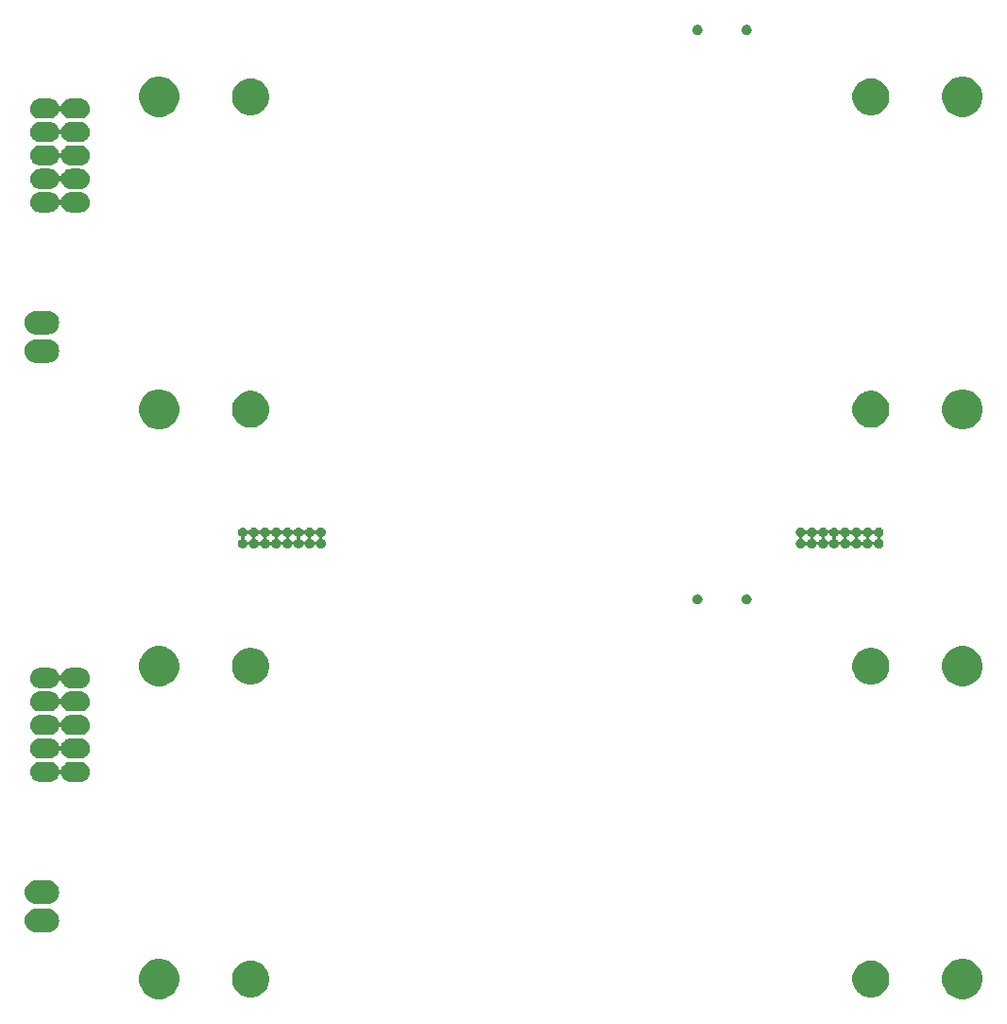
<source format=gbr>
G04 #@! TF.GenerationSoftware,KiCad,Pcbnew,5.0.2+dfsg1-1*
G04 #@! TF.CreationDate,2020-09-22T13:16:51+02:00*
G04 #@! TF.ProjectId,lipo_power,6c69706f-5f70-46f7-9765-722e6b696361,rev?*
G04 #@! TF.SameCoordinates,Original*
G04 #@! TF.FileFunction,Soldermask,Bot*
G04 #@! TF.FilePolarity,Negative*
%FSLAX46Y46*%
G04 Gerber Fmt 4.6, Leading zero omitted, Abs format (unit mm)*
G04 Created by KiCad (PCBNEW 5.0.2+dfsg1-1) date Tue 22 Sep 2020 01:16:51 PM CEST*
%MOMM*%
%LPD*%
G01*
G04 APERTURE LIST*
%ADD10C,0.100000*%
G04 APERTURE END LIST*
D10*
G36*
X186525331Y-137268211D02*
X186853092Y-137403974D01*
X187148073Y-137601074D01*
X187398926Y-137851927D01*
X187596026Y-138146908D01*
X187731789Y-138474669D01*
X187801000Y-138822616D01*
X187801000Y-139177384D01*
X187731789Y-139525331D01*
X187596026Y-139853092D01*
X187398926Y-140148073D01*
X187148073Y-140398926D01*
X186853092Y-140596026D01*
X186525331Y-140731789D01*
X186177384Y-140801000D01*
X185822616Y-140801000D01*
X185474669Y-140731789D01*
X185146908Y-140596026D01*
X184851927Y-140398926D01*
X184601074Y-140148073D01*
X184403974Y-139853092D01*
X184268211Y-139525331D01*
X184199000Y-139177384D01*
X184199000Y-138822616D01*
X184268211Y-138474669D01*
X184403974Y-138146908D01*
X184601074Y-137851927D01*
X184851927Y-137601074D01*
X185146908Y-137403974D01*
X185474669Y-137268211D01*
X185822616Y-137199000D01*
X186177384Y-137199000D01*
X186525331Y-137268211D01*
X186525331Y-137268211D01*
G37*
G36*
X114525331Y-137268211D02*
X114853092Y-137403974D01*
X115148073Y-137601074D01*
X115398926Y-137851927D01*
X115596026Y-138146908D01*
X115731789Y-138474669D01*
X115801000Y-138822616D01*
X115801000Y-139177384D01*
X115731789Y-139525331D01*
X115596026Y-139853092D01*
X115398926Y-140148073D01*
X115148073Y-140398926D01*
X114853092Y-140596026D01*
X114525331Y-140731789D01*
X114177384Y-140801000D01*
X113822616Y-140801000D01*
X113474669Y-140731789D01*
X113146908Y-140596026D01*
X112851927Y-140398926D01*
X112601074Y-140148073D01*
X112403974Y-139853092D01*
X112268211Y-139525331D01*
X112199000Y-139177384D01*
X112199000Y-138822616D01*
X112268211Y-138474669D01*
X112403974Y-138146908D01*
X112601074Y-137851927D01*
X112851927Y-137601074D01*
X113146908Y-137403974D01*
X113474669Y-137268211D01*
X113822616Y-137199000D01*
X114177384Y-137199000D01*
X114525331Y-137268211D01*
X114525331Y-137268211D01*
G37*
G36*
X178175256Y-137391298D02*
X178281579Y-137412447D01*
X178582042Y-137536903D01*
X178678077Y-137601072D01*
X178852454Y-137717587D01*
X179082413Y-137947546D01*
X179263098Y-138217960D01*
X179387553Y-138518422D01*
X179451000Y-138837389D01*
X179451000Y-139162611D01*
X179387553Y-139481578D01*
X179263098Y-139782040D01*
X179082413Y-140052454D01*
X178852454Y-140282413D01*
X178852451Y-140282415D01*
X178582042Y-140463097D01*
X178281579Y-140587553D01*
X178238987Y-140596025D01*
X177962611Y-140651000D01*
X177637389Y-140651000D01*
X177361013Y-140596025D01*
X177318421Y-140587553D01*
X177017958Y-140463097D01*
X176747549Y-140282415D01*
X176747546Y-140282413D01*
X176517587Y-140052454D01*
X176336902Y-139782040D01*
X176212447Y-139481578D01*
X176149000Y-139162611D01*
X176149000Y-138837389D01*
X176212447Y-138518422D01*
X176336902Y-138217960D01*
X176517587Y-137947546D01*
X176747546Y-137717587D01*
X176921923Y-137601072D01*
X177017958Y-137536903D01*
X177318421Y-137412447D01*
X177424744Y-137391298D01*
X177637389Y-137349000D01*
X177962611Y-137349000D01*
X178175256Y-137391298D01*
X178175256Y-137391298D01*
G37*
G36*
X122575256Y-137391298D02*
X122681579Y-137412447D01*
X122982042Y-137536903D01*
X123078077Y-137601072D01*
X123252454Y-137717587D01*
X123482413Y-137947546D01*
X123663098Y-138217960D01*
X123787553Y-138518422D01*
X123851000Y-138837389D01*
X123851000Y-139162611D01*
X123787553Y-139481578D01*
X123663098Y-139782040D01*
X123482413Y-140052454D01*
X123252454Y-140282413D01*
X123252451Y-140282415D01*
X122982042Y-140463097D01*
X122681579Y-140587553D01*
X122638987Y-140596025D01*
X122362611Y-140651000D01*
X122037389Y-140651000D01*
X121761013Y-140596025D01*
X121718421Y-140587553D01*
X121417958Y-140463097D01*
X121147549Y-140282415D01*
X121147546Y-140282413D01*
X120917587Y-140052454D01*
X120736902Y-139782040D01*
X120612447Y-139481578D01*
X120549000Y-139162611D01*
X120549000Y-138837389D01*
X120612447Y-138518422D01*
X120736902Y-138217960D01*
X120917587Y-137947546D01*
X121147546Y-137717587D01*
X121321923Y-137601072D01*
X121417958Y-137536903D01*
X121718421Y-137412447D01*
X121824744Y-137391298D01*
X122037389Y-137349000D01*
X122362611Y-137349000D01*
X122575256Y-137391298D01*
X122575256Y-137391298D01*
G37*
G36*
X104082510Y-132722041D02*
X104206032Y-132734207D01*
X104404146Y-132794305D01*
X104586729Y-132891897D01*
X104746765Y-133023235D01*
X104878103Y-133183271D01*
X104975695Y-133365854D01*
X105035793Y-133563968D01*
X105056085Y-133770000D01*
X105035793Y-133976032D01*
X104975695Y-134174146D01*
X104878103Y-134356729D01*
X104746765Y-134516765D01*
X104586729Y-134648103D01*
X104404146Y-134745695D01*
X104206032Y-134805793D01*
X104082510Y-134817959D01*
X104051631Y-134821000D01*
X102948369Y-134821000D01*
X102917490Y-134817959D01*
X102793968Y-134805793D01*
X102595854Y-134745695D01*
X102413271Y-134648103D01*
X102253235Y-134516765D01*
X102121897Y-134356729D01*
X102024305Y-134174146D01*
X101964207Y-133976032D01*
X101943915Y-133770000D01*
X101964207Y-133563968D01*
X102024305Y-133365854D01*
X102121897Y-133183271D01*
X102253235Y-133023235D01*
X102413271Y-132891897D01*
X102595854Y-132794305D01*
X102793968Y-132734207D01*
X102917490Y-132722041D01*
X102948369Y-132719000D01*
X104051631Y-132719000D01*
X104082510Y-132722041D01*
X104082510Y-132722041D01*
G37*
G36*
X104082510Y-130182041D02*
X104206032Y-130194207D01*
X104404146Y-130254305D01*
X104586729Y-130351897D01*
X104746765Y-130483235D01*
X104878103Y-130643271D01*
X104975695Y-130825854D01*
X105035793Y-131023968D01*
X105056085Y-131230000D01*
X105035793Y-131436032D01*
X104975695Y-131634146D01*
X104878103Y-131816729D01*
X104746765Y-131976765D01*
X104586729Y-132108103D01*
X104404146Y-132205695D01*
X104206032Y-132265793D01*
X104082510Y-132277959D01*
X104051631Y-132281000D01*
X102948369Y-132281000D01*
X102917490Y-132277959D01*
X102793968Y-132265793D01*
X102595854Y-132205695D01*
X102413271Y-132108103D01*
X102253235Y-131976765D01*
X102121897Y-131816729D01*
X102024305Y-131634146D01*
X101964207Y-131436032D01*
X101943915Y-131230000D01*
X101964207Y-131023968D01*
X102024305Y-130825854D01*
X102121897Y-130643271D01*
X102253235Y-130483235D01*
X102413271Y-130351897D01*
X102595854Y-130254305D01*
X102793968Y-130194207D01*
X102917490Y-130182041D01*
X102948369Y-130179000D01*
X104051631Y-130179000D01*
X104082510Y-130182041D01*
X104082510Y-130182041D01*
G37*
G36*
X104260443Y-119555519D02*
X104326627Y-119562037D01*
X104439853Y-119596384D01*
X104496467Y-119613557D01*
X104635087Y-119687652D01*
X104652991Y-119697222D01*
X104688729Y-119726552D01*
X104790186Y-119809814D01*
X104873448Y-119911271D01*
X104902778Y-119947009D01*
X104902779Y-119947011D01*
X104986443Y-120103533D01*
X105005382Y-120165968D01*
X105014760Y-120188607D01*
X105028374Y-120208982D01*
X105045701Y-120226309D01*
X105066075Y-120239923D01*
X105088714Y-120249300D01*
X105112748Y-120254081D01*
X105137252Y-120254081D01*
X105161285Y-120249301D01*
X105183924Y-120239923D01*
X105204299Y-120226309D01*
X105221626Y-120208982D01*
X105235240Y-120188608D01*
X105244618Y-120165968D01*
X105263557Y-120103533D01*
X105347221Y-119947011D01*
X105347222Y-119947009D01*
X105376552Y-119911271D01*
X105459814Y-119809814D01*
X105561271Y-119726552D01*
X105597009Y-119697222D01*
X105614913Y-119687652D01*
X105753533Y-119613557D01*
X105810147Y-119596384D01*
X105923373Y-119562037D01*
X105989557Y-119555519D01*
X106055740Y-119549000D01*
X106944260Y-119549000D01*
X107010443Y-119555519D01*
X107076627Y-119562037D01*
X107189853Y-119596384D01*
X107246467Y-119613557D01*
X107385087Y-119687652D01*
X107402991Y-119697222D01*
X107438729Y-119726552D01*
X107540186Y-119809814D01*
X107623448Y-119911271D01*
X107652778Y-119947009D01*
X107652779Y-119947011D01*
X107736443Y-120103533D01*
X107736443Y-120103534D01*
X107787963Y-120273373D01*
X107805359Y-120450000D01*
X107787963Y-120626627D01*
X107755382Y-120734032D01*
X107736443Y-120796467D01*
X107662348Y-120935087D01*
X107652778Y-120952991D01*
X107623448Y-120988729D01*
X107540186Y-121090186D01*
X107438729Y-121173448D01*
X107402991Y-121202778D01*
X107402989Y-121202779D01*
X107246467Y-121286443D01*
X107189853Y-121303616D01*
X107076627Y-121337963D01*
X107010442Y-121344482D01*
X106944260Y-121351000D01*
X106055740Y-121351000D01*
X105989558Y-121344482D01*
X105923373Y-121337963D01*
X105810147Y-121303616D01*
X105753533Y-121286443D01*
X105597011Y-121202779D01*
X105597009Y-121202778D01*
X105561271Y-121173448D01*
X105459814Y-121090186D01*
X105376552Y-120988729D01*
X105347222Y-120952991D01*
X105337652Y-120935087D01*
X105263557Y-120796467D01*
X105244618Y-120734032D01*
X105235240Y-120711393D01*
X105221626Y-120691018D01*
X105204299Y-120673691D01*
X105183925Y-120660077D01*
X105161286Y-120650700D01*
X105137252Y-120645919D01*
X105112748Y-120645919D01*
X105088715Y-120650699D01*
X105066076Y-120660077D01*
X105045701Y-120673691D01*
X105028374Y-120691018D01*
X105014760Y-120711392D01*
X105005382Y-120734032D01*
X104986443Y-120796467D01*
X104912348Y-120935087D01*
X104902778Y-120952991D01*
X104873448Y-120988729D01*
X104790186Y-121090186D01*
X104688729Y-121173448D01*
X104652991Y-121202778D01*
X104652989Y-121202779D01*
X104496467Y-121286443D01*
X104439853Y-121303616D01*
X104326627Y-121337963D01*
X104260442Y-121344482D01*
X104194260Y-121351000D01*
X103305740Y-121351000D01*
X103239558Y-121344482D01*
X103173373Y-121337963D01*
X103060147Y-121303616D01*
X103003533Y-121286443D01*
X102847011Y-121202779D01*
X102847009Y-121202778D01*
X102811271Y-121173448D01*
X102709814Y-121090186D01*
X102626552Y-120988729D01*
X102597222Y-120952991D01*
X102587652Y-120935087D01*
X102513557Y-120796467D01*
X102494618Y-120734032D01*
X102462037Y-120626627D01*
X102444641Y-120450000D01*
X102462037Y-120273373D01*
X102513557Y-120103534D01*
X102513557Y-120103533D01*
X102597221Y-119947011D01*
X102597222Y-119947009D01*
X102626552Y-119911271D01*
X102709814Y-119809814D01*
X102811271Y-119726552D01*
X102847009Y-119697222D01*
X102864913Y-119687652D01*
X103003533Y-119613557D01*
X103060147Y-119596384D01*
X103173373Y-119562037D01*
X103239557Y-119555519D01*
X103305740Y-119549000D01*
X104194260Y-119549000D01*
X104260443Y-119555519D01*
X104260443Y-119555519D01*
G37*
G36*
X104260443Y-117455519D02*
X104326627Y-117462037D01*
X104439853Y-117496384D01*
X104496467Y-117513557D01*
X104635087Y-117587652D01*
X104652991Y-117597222D01*
X104688729Y-117626552D01*
X104790186Y-117709814D01*
X104873448Y-117811271D01*
X104902778Y-117847009D01*
X104902779Y-117847011D01*
X104986443Y-118003533D01*
X105005382Y-118065968D01*
X105014760Y-118088607D01*
X105028374Y-118108982D01*
X105045701Y-118126309D01*
X105066075Y-118139923D01*
X105088714Y-118149300D01*
X105112748Y-118154081D01*
X105137252Y-118154081D01*
X105161285Y-118149301D01*
X105183924Y-118139923D01*
X105204299Y-118126309D01*
X105221626Y-118108982D01*
X105235240Y-118088608D01*
X105244618Y-118065968D01*
X105263557Y-118003533D01*
X105347221Y-117847011D01*
X105347222Y-117847009D01*
X105376552Y-117811271D01*
X105459814Y-117709814D01*
X105561271Y-117626552D01*
X105597009Y-117597222D01*
X105614913Y-117587652D01*
X105753533Y-117513557D01*
X105810147Y-117496384D01*
X105923373Y-117462037D01*
X105989557Y-117455519D01*
X106055740Y-117449000D01*
X106944260Y-117449000D01*
X107010443Y-117455519D01*
X107076627Y-117462037D01*
X107189853Y-117496384D01*
X107246467Y-117513557D01*
X107385087Y-117587652D01*
X107402991Y-117597222D01*
X107438729Y-117626552D01*
X107540186Y-117709814D01*
X107623448Y-117811271D01*
X107652778Y-117847009D01*
X107652779Y-117847011D01*
X107736443Y-118003533D01*
X107736443Y-118003534D01*
X107787963Y-118173373D01*
X107805359Y-118350000D01*
X107787963Y-118526627D01*
X107755382Y-118634032D01*
X107736443Y-118696467D01*
X107662348Y-118835087D01*
X107652778Y-118852991D01*
X107623448Y-118888729D01*
X107540186Y-118990186D01*
X107438729Y-119073448D01*
X107402991Y-119102778D01*
X107402989Y-119102779D01*
X107246467Y-119186443D01*
X107189853Y-119203616D01*
X107076627Y-119237963D01*
X107010443Y-119244481D01*
X106944260Y-119251000D01*
X106055740Y-119251000D01*
X105989557Y-119244481D01*
X105923373Y-119237963D01*
X105810147Y-119203616D01*
X105753533Y-119186443D01*
X105597011Y-119102779D01*
X105597009Y-119102778D01*
X105561271Y-119073448D01*
X105459814Y-118990186D01*
X105376552Y-118888729D01*
X105347222Y-118852991D01*
X105337652Y-118835087D01*
X105263557Y-118696467D01*
X105244618Y-118634032D01*
X105235240Y-118611393D01*
X105221626Y-118591018D01*
X105204299Y-118573691D01*
X105183925Y-118560077D01*
X105161286Y-118550700D01*
X105137252Y-118545919D01*
X105112748Y-118545919D01*
X105088715Y-118550699D01*
X105066076Y-118560077D01*
X105045701Y-118573691D01*
X105028374Y-118591018D01*
X105014760Y-118611392D01*
X105005382Y-118634032D01*
X104986443Y-118696467D01*
X104912348Y-118835087D01*
X104902778Y-118852991D01*
X104873448Y-118888729D01*
X104790186Y-118990186D01*
X104688729Y-119073448D01*
X104652991Y-119102778D01*
X104652989Y-119102779D01*
X104496467Y-119186443D01*
X104439853Y-119203616D01*
X104326627Y-119237963D01*
X104260443Y-119244481D01*
X104194260Y-119251000D01*
X103305740Y-119251000D01*
X103239557Y-119244481D01*
X103173373Y-119237963D01*
X103060147Y-119203616D01*
X103003533Y-119186443D01*
X102847011Y-119102779D01*
X102847009Y-119102778D01*
X102811271Y-119073448D01*
X102709814Y-118990186D01*
X102626552Y-118888729D01*
X102597222Y-118852991D01*
X102587652Y-118835087D01*
X102513557Y-118696467D01*
X102494618Y-118634032D01*
X102462037Y-118526627D01*
X102444641Y-118350000D01*
X102462037Y-118173373D01*
X102513557Y-118003534D01*
X102513557Y-118003533D01*
X102597221Y-117847011D01*
X102597222Y-117847009D01*
X102626552Y-117811271D01*
X102709814Y-117709814D01*
X102811271Y-117626552D01*
X102847009Y-117597222D01*
X102864913Y-117587652D01*
X103003533Y-117513557D01*
X103060147Y-117496384D01*
X103173373Y-117462037D01*
X103239557Y-117455519D01*
X103305740Y-117449000D01*
X104194260Y-117449000D01*
X104260443Y-117455519D01*
X104260443Y-117455519D01*
G37*
G36*
X104260442Y-115355518D02*
X104326627Y-115362037D01*
X104439853Y-115396384D01*
X104496467Y-115413557D01*
X104635087Y-115487652D01*
X104652991Y-115497222D01*
X104688729Y-115526552D01*
X104790186Y-115609814D01*
X104873448Y-115711271D01*
X104902778Y-115747009D01*
X104902779Y-115747011D01*
X104986443Y-115903533D01*
X105005382Y-115965968D01*
X105014760Y-115988607D01*
X105028374Y-116008982D01*
X105045701Y-116026309D01*
X105066075Y-116039923D01*
X105088714Y-116049300D01*
X105112748Y-116054081D01*
X105137252Y-116054081D01*
X105161285Y-116049301D01*
X105183924Y-116039923D01*
X105204299Y-116026309D01*
X105221626Y-116008982D01*
X105235240Y-115988608D01*
X105244618Y-115965968D01*
X105263557Y-115903533D01*
X105347221Y-115747011D01*
X105347222Y-115747009D01*
X105376552Y-115711271D01*
X105459814Y-115609814D01*
X105561271Y-115526552D01*
X105597009Y-115497222D01*
X105614913Y-115487652D01*
X105753533Y-115413557D01*
X105810147Y-115396384D01*
X105923373Y-115362037D01*
X105989558Y-115355518D01*
X106055740Y-115349000D01*
X106944260Y-115349000D01*
X107010442Y-115355518D01*
X107076627Y-115362037D01*
X107189853Y-115396384D01*
X107246467Y-115413557D01*
X107385087Y-115487652D01*
X107402991Y-115497222D01*
X107438729Y-115526552D01*
X107540186Y-115609814D01*
X107623448Y-115711271D01*
X107652778Y-115747009D01*
X107652779Y-115747011D01*
X107736443Y-115903533D01*
X107736443Y-115903534D01*
X107787963Y-116073373D01*
X107805359Y-116250000D01*
X107787963Y-116426627D01*
X107755382Y-116534032D01*
X107736443Y-116596467D01*
X107662348Y-116735087D01*
X107652778Y-116752991D01*
X107623448Y-116788729D01*
X107540186Y-116890186D01*
X107438729Y-116973448D01*
X107402991Y-117002778D01*
X107402989Y-117002779D01*
X107246467Y-117086443D01*
X107189853Y-117103616D01*
X107076627Y-117137963D01*
X107010443Y-117144481D01*
X106944260Y-117151000D01*
X106055740Y-117151000D01*
X105989557Y-117144481D01*
X105923373Y-117137963D01*
X105810147Y-117103616D01*
X105753533Y-117086443D01*
X105597011Y-117002779D01*
X105597009Y-117002778D01*
X105561271Y-116973448D01*
X105459814Y-116890186D01*
X105376552Y-116788729D01*
X105347222Y-116752991D01*
X105337652Y-116735087D01*
X105263557Y-116596467D01*
X105244618Y-116534032D01*
X105235240Y-116511393D01*
X105221626Y-116491018D01*
X105204299Y-116473691D01*
X105183925Y-116460077D01*
X105161286Y-116450700D01*
X105137252Y-116445919D01*
X105112748Y-116445919D01*
X105088715Y-116450699D01*
X105066076Y-116460077D01*
X105045701Y-116473691D01*
X105028374Y-116491018D01*
X105014760Y-116511392D01*
X105005382Y-116534032D01*
X104986443Y-116596467D01*
X104912348Y-116735087D01*
X104902778Y-116752991D01*
X104873448Y-116788729D01*
X104790186Y-116890186D01*
X104688729Y-116973448D01*
X104652991Y-117002778D01*
X104652989Y-117002779D01*
X104496467Y-117086443D01*
X104439853Y-117103616D01*
X104326627Y-117137963D01*
X104260443Y-117144481D01*
X104194260Y-117151000D01*
X103305740Y-117151000D01*
X103239557Y-117144481D01*
X103173373Y-117137963D01*
X103060147Y-117103616D01*
X103003533Y-117086443D01*
X102847011Y-117002779D01*
X102847009Y-117002778D01*
X102811271Y-116973448D01*
X102709814Y-116890186D01*
X102626552Y-116788729D01*
X102597222Y-116752991D01*
X102587652Y-116735087D01*
X102513557Y-116596467D01*
X102494618Y-116534032D01*
X102462037Y-116426627D01*
X102444641Y-116250000D01*
X102462037Y-116073373D01*
X102513557Y-115903534D01*
X102513557Y-115903533D01*
X102597221Y-115747011D01*
X102597222Y-115747009D01*
X102626552Y-115711271D01*
X102709814Y-115609814D01*
X102811271Y-115526552D01*
X102847009Y-115497222D01*
X102864913Y-115487652D01*
X103003533Y-115413557D01*
X103060147Y-115396384D01*
X103173373Y-115362037D01*
X103239558Y-115355518D01*
X103305740Y-115349000D01*
X104194260Y-115349000D01*
X104260442Y-115355518D01*
X104260442Y-115355518D01*
G37*
G36*
X104260442Y-113255518D02*
X104326627Y-113262037D01*
X104439853Y-113296384D01*
X104496467Y-113313557D01*
X104635087Y-113387652D01*
X104652991Y-113397222D01*
X104688729Y-113426552D01*
X104790186Y-113509814D01*
X104873448Y-113611271D01*
X104902778Y-113647009D01*
X104902779Y-113647011D01*
X104986443Y-113803533D01*
X105005382Y-113865968D01*
X105014760Y-113888607D01*
X105028374Y-113908982D01*
X105045701Y-113926309D01*
X105066075Y-113939923D01*
X105088714Y-113949300D01*
X105112748Y-113954081D01*
X105137252Y-113954081D01*
X105161285Y-113949301D01*
X105183924Y-113939923D01*
X105204299Y-113926309D01*
X105221626Y-113908982D01*
X105235240Y-113888608D01*
X105244618Y-113865968D01*
X105263557Y-113803533D01*
X105347221Y-113647011D01*
X105347222Y-113647009D01*
X105376552Y-113611271D01*
X105459814Y-113509814D01*
X105561271Y-113426552D01*
X105597009Y-113397222D01*
X105614913Y-113387652D01*
X105753533Y-113313557D01*
X105810147Y-113296384D01*
X105923373Y-113262037D01*
X105989558Y-113255518D01*
X106055740Y-113249000D01*
X106944260Y-113249000D01*
X107010442Y-113255518D01*
X107076627Y-113262037D01*
X107189853Y-113296384D01*
X107246467Y-113313557D01*
X107385087Y-113387652D01*
X107402991Y-113397222D01*
X107438729Y-113426552D01*
X107540186Y-113509814D01*
X107623448Y-113611271D01*
X107652778Y-113647009D01*
X107652779Y-113647011D01*
X107736443Y-113803533D01*
X107736443Y-113803534D01*
X107787963Y-113973373D01*
X107805359Y-114150000D01*
X107787963Y-114326627D01*
X107755382Y-114434032D01*
X107736443Y-114496467D01*
X107662348Y-114635087D01*
X107652778Y-114652991D01*
X107623448Y-114688729D01*
X107540186Y-114790186D01*
X107438729Y-114873448D01*
X107402991Y-114902778D01*
X107402989Y-114902779D01*
X107246467Y-114986443D01*
X107189853Y-115003616D01*
X107076627Y-115037963D01*
X107010442Y-115044482D01*
X106944260Y-115051000D01*
X106055740Y-115051000D01*
X105989558Y-115044482D01*
X105923373Y-115037963D01*
X105810147Y-115003616D01*
X105753533Y-114986443D01*
X105597011Y-114902779D01*
X105597009Y-114902778D01*
X105561271Y-114873448D01*
X105459814Y-114790186D01*
X105376552Y-114688729D01*
X105347222Y-114652991D01*
X105337652Y-114635087D01*
X105263557Y-114496467D01*
X105244618Y-114434032D01*
X105235240Y-114411393D01*
X105221626Y-114391018D01*
X105204299Y-114373691D01*
X105183925Y-114360077D01*
X105161286Y-114350700D01*
X105137252Y-114345919D01*
X105112748Y-114345919D01*
X105088715Y-114350699D01*
X105066076Y-114360077D01*
X105045701Y-114373691D01*
X105028374Y-114391018D01*
X105014760Y-114411392D01*
X105005382Y-114434032D01*
X104986443Y-114496467D01*
X104912348Y-114635087D01*
X104902778Y-114652991D01*
X104873448Y-114688729D01*
X104790186Y-114790186D01*
X104688729Y-114873448D01*
X104652991Y-114902778D01*
X104652989Y-114902779D01*
X104496467Y-114986443D01*
X104439853Y-115003616D01*
X104326627Y-115037963D01*
X104260442Y-115044482D01*
X104194260Y-115051000D01*
X103305740Y-115051000D01*
X103239558Y-115044482D01*
X103173373Y-115037963D01*
X103060147Y-115003616D01*
X103003533Y-114986443D01*
X102847011Y-114902779D01*
X102847009Y-114902778D01*
X102811271Y-114873448D01*
X102709814Y-114790186D01*
X102626552Y-114688729D01*
X102597222Y-114652991D01*
X102587652Y-114635087D01*
X102513557Y-114496467D01*
X102494618Y-114434032D01*
X102462037Y-114326627D01*
X102444641Y-114150000D01*
X102462037Y-113973373D01*
X102513557Y-113803534D01*
X102513557Y-113803533D01*
X102597221Y-113647011D01*
X102597222Y-113647009D01*
X102626552Y-113611271D01*
X102709814Y-113509814D01*
X102811271Y-113426552D01*
X102847009Y-113397222D01*
X102864913Y-113387652D01*
X103003533Y-113313557D01*
X103060147Y-113296384D01*
X103173373Y-113262037D01*
X103239558Y-113255518D01*
X103305740Y-113249000D01*
X104194260Y-113249000D01*
X104260442Y-113255518D01*
X104260442Y-113255518D01*
G37*
G36*
X104260442Y-111155518D02*
X104326627Y-111162037D01*
X104439853Y-111196384D01*
X104496467Y-111213557D01*
X104635087Y-111287652D01*
X104652991Y-111297222D01*
X104688729Y-111326552D01*
X104790186Y-111409814D01*
X104849080Y-111481578D01*
X104902778Y-111547009D01*
X104902779Y-111547011D01*
X104986443Y-111703533D01*
X105005382Y-111765968D01*
X105014760Y-111788607D01*
X105028374Y-111808982D01*
X105045701Y-111826309D01*
X105066075Y-111839923D01*
X105088714Y-111849300D01*
X105112748Y-111854081D01*
X105137252Y-111854081D01*
X105161285Y-111849301D01*
X105183924Y-111839923D01*
X105204299Y-111826309D01*
X105221626Y-111808982D01*
X105235240Y-111788608D01*
X105244618Y-111765968D01*
X105263557Y-111703533D01*
X105347221Y-111547011D01*
X105347222Y-111547009D01*
X105400920Y-111481578D01*
X105459814Y-111409814D01*
X105561271Y-111326552D01*
X105597009Y-111297222D01*
X105614913Y-111287652D01*
X105753533Y-111213557D01*
X105810147Y-111196384D01*
X105923373Y-111162037D01*
X105989558Y-111155518D01*
X106055740Y-111149000D01*
X106944260Y-111149000D01*
X107010442Y-111155518D01*
X107076627Y-111162037D01*
X107189853Y-111196384D01*
X107246467Y-111213557D01*
X107385087Y-111287652D01*
X107402991Y-111297222D01*
X107438729Y-111326552D01*
X107540186Y-111409814D01*
X107599080Y-111481578D01*
X107652778Y-111547009D01*
X107652779Y-111547011D01*
X107736443Y-111703533D01*
X107736443Y-111703534D01*
X107787963Y-111873373D01*
X107805359Y-112050000D01*
X107787963Y-112226627D01*
X107755382Y-112334032D01*
X107736443Y-112396467D01*
X107700828Y-112463097D01*
X107652778Y-112552991D01*
X107624413Y-112587553D01*
X107540186Y-112690186D01*
X107438729Y-112773448D01*
X107402991Y-112802778D01*
X107402989Y-112802779D01*
X107246467Y-112886443D01*
X107189853Y-112903616D01*
X107076627Y-112937963D01*
X107010442Y-112944482D01*
X106944260Y-112951000D01*
X106055740Y-112951000D01*
X105989558Y-112944482D01*
X105923373Y-112937963D01*
X105810147Y-112903616D01*
X105753533Y-112886443D01*
X105597011Y-112802779D01*
X105597009Y-112802778D01*
X105561271Y-112773448D01*
X105459814Y-112690186D01*
X105375587Y-112587553D01*
X105347222Y-112552991D01*
X105299172Y-112463097D01*
X105263557Y-112396467D01*
X105244618Y-112334032D01*
X105235240Y-112311393D01*
X105221626Y-112291018D01*
X105204299Y-112273691D01*
X105183925Y-112260077D01*
X105161286Y-112250700D01*
X105137252Y-112245919D01*
X105112748Y-112245919D01*
X105088715Y-112250699D01*
X105066076Y-112260077D01*
X105045701Y-112273691D01*
X105028374Y-112291018D01*
X105014760Y-112311392D01*
X105005382Y-112334032D01*
X104986443Y-112396467D01*
X104950828Y-112463097D01*
X104902778Y-112552991D01*
X104874413Y-112587553D01*
X104790186Y-112690186D01*
X104688729Y-112773448D01*
X104652991Y-112802778D01*
X104652989Y-112802779D01*
X104496467Y-112886443D01*
X104439853Y-112903616D01*
X104326627Y-112937963D01*
X104260442Y-112944482D01*
X104194260Y-112951000D01*
X103305740Y-112951000D01*
X103239558Y-112944482D01*
X103173373Y-112937963D01*
X103060147Y-112903616D01*
X103003533Y-112886443D01*
X102847011Y-112802779D01*
X102847009Y-112802778D01*
X102811271Y-112773448D01*
X102709814Y-112690186D01*
X102625587Y-112587553D01*
X102597222Y-112552991D01*
X102549172Y-112463097D01*
X102513557Y-112396467D01*
X102494618Y-112334032D01*
X102462037Y-112226627D01*
X102444641Y-112050000D01*
X102462037Y-111873373D01*
X102513557Y-111703534D01*
X102513557Y-111703533D01*
X102597221Y-111547011D01*
X102597222Y-111547009D01*
X102650920Y-111481578D01*
X102709814Y-111409814D01*
X102811271Y-111326552D01*
X102847009Y-111297222D01*
X102864913Y-111287652D01*
X103003533Y-111213557D01*
X103060147Y-111196384D01*
X103173373Y-111162037D01*
X103239558Y-111155518D01*
X103305740Y-111149000D01*
X104194260Y-111149000D01*
X104260442Y-111155518D01*
X104260442Y-111155518D01*
G37*
G36*
X186525331Y-109268211D02*
X186853092Y-109403974D01*
X187148073Y-109601074D01*
X187398926Y-109851927D01*
X187596026Y-110146908D01*
X187731789Y-110474669D01*
X187801000Y-110822616D01*
X187801000Y-111177384D01*
X187731789Y-111525331D01*
X187596026Y-111853092D01*
X187398926Y-112148073D01*
X187148073Y-112398926D01*
X186853092Y-112596026D01*
X186525331Y-112731789D01*
X186177384Y-112801000D01*
X185822616Y-112801000D01*
X185474669Y-112731789D01*
X185146908Y-112596026D01*
X184851927Y-112398926D01*
X184601074Y-112148073D01*
X184403974Y-111853092D01*
X184268211Y-111525331D01*
X184199000Y-111177384D01*
X184199000Y-110822616D01*
X184268211Y-110474669D01*
X184403974Y-110146908D01*
X184601074Y-109851927D01*
X184851927Y-109601074D01*
X185146908Y-109403974D01*
X185474669Y-109268211D01*
X185822616Y-109199000D01*
X186177384Y-109199000D01*
X186525331Y-109268211D01*
X186525331Y-109268211D01*
G37*
G36*
X114525331Y-109268211D02*
X114853092Y-109403974D01*
X115148073Y-109601074D01*
X115398926Y-109851927D01*
X115596026Y-110146908D01*
X115731789Y-110474669D01*
X115801000Y-110822616D01*
X115801000Y-111177384D01*
X115731789Y-111525331D01*
X115596026Y-111853092D01*
X115398926Y-112148073D01*
X115148073Y-112398926D01*
X114853092Y-112596026D01*
X114525331Y-112731789D01*
X114177384Y-112801000D01*
X113822616Y-112801000D01*
X113474669Y-112731789D01*
X113146908Y-112596026D01*
X112851927Y-112398926D01*
X112601074Y-112148073D01*
X112403974Y-111853092D01*
X112268211Y-111525331D01*
X112199000Y-111177384D01*
X112199000Y-110822616D01*
X112268211Y-110474669D01*
X112403974Y-110146908D01*
X112601074Y-109851927D01*
X112851927Y-109601074D01*
X113146908Y-109403974D01*
X113474669Y-109268211D01*
X113822616Y-109199000D01*
X114177384Y-109199000D01*
X114525331Y-109268211D01*
X114525331Y-109268211D01*
G37*
G36*
X122575256Y-109391298D02*
X122681579Y-109412447D01*
X122982042Y-109536903D01*
X123078077Y-109601072D01*
X123252454Y-109717587D01*
X123482413Y-109947546D01*
X123663098Y-110217960D01*
X123787553Y-110518422D01*
X123851000Y-110837389D01*
X123851000Y-111162611D01*
X123848061Y-111177384D01*
X123787553Y-111481579D01*
X123663097Y-111782042D01*
X123618156Y-111849301D01*
X123482413Y-112052454D01*
X123252454Y-112282413D01*
X123252451Y-112282415D01*
X122982042Y-112463097D01*
X122681579Y-112587553D01*
X122638987Y-112596025D01*
X122362611Y-112651000D01*
X122037389Y-112651000D01*
X121761013Y-112596025D01*
X121718421Y-112587553D01*
X121417958Y-112463097D01*
X121147549Y-112282415D01*
X121147546Y-112282413D01*
X120917587Y-112052454D01*
X120781844Y-111849301D01*
X120736903Y-111782042D01*
X120612447Y-111481579D01*
X120551939Y-111177384D01*
X120549000Y-111162611D01*
X120549000Y-110837389D01*
X120612447Y-110518422D01*
X120736902Y-110217960D01*
X120917587Y-109947546D01*
X121147546Y-109717587D01*
X121321923Y-109601072D01*
X121417958Y-109536903D01*
X121718421Y-109412447D01*
X121824744Y-109391298D01*
X122037389Y-109349000D01*
X122362611Y-109349000D01*
X122575256Y-109391298D01*
X122575256Y-109391298D01*
G37*
G36*
X178175256Y-109391298D02*
X178281579Y-109412447D01*
X178582042Y-109536903D01*
X178678077Y-109601072D01*
X178852454Y-109717587D01*
X179082413Y-109947546D01*
X179263098Y-110217960D01*
X179387553Y-110518422D01*
X179451000Y-110837389D01*
X179451000Y-111162611D01*
X179448061Y-111177384D01*
X179387553Y-111481579D01*
X179263097Y-111782042D01*
X179218156Y-111849301D01*
X179082413Y-112052454D01*
X178852454Y-112282413D01*
X178852451Y-112282415D01*
X178582042Y-112463097D01*
X178281579Y-112587553D01*
X178238987Y-112596025D01*
X177962611Y-112651000D01*
X177637389Y-112651000D01*
X177361013Y-112596025D01*
X177318421Y-112587553D01*
X177017958Y-112463097D01*
X176747549Y-112282415D01*
X176747546Y-112282413D01*
X176517587Y-112052454D01*
X176381844Y-111849301D01*
X176336903Y-111782042D01*
X176212447Y-111481579D01*
X176151939Y-111177384D01*
X176149000Y-111162611D01*
X176149000Y-110837389D01*
X176212447Y-110518422D01*
X176336902Y-110217960D01*
X176517587Y-109947546D01*
X176747546Y-109717587D01*
X176921923Y-109601072D01*
X177017958Y-109536903D01*
X177318421Y-109412447D01*
X177424744Y-109391298D01*
X177637389Y-109349000D01*
X177962611Y-109349000D01*
X178175256Y-109391298D01*
X178175256Y-109391298D01*
G37*
G36*
X162381552Y-104566331D02*
X162463625Y-104600327D01*
X162463626Y-104600328D01*
X162463629Y-104600329D01*
X162537496Y-104649686D01*
X162537500Y-104649689D01*
X162600311Y-104712500D01*
X162600313Y-104712503D01*
X162600314Y-104712504D01*
X162649671Y-104786371D01*
X162649672Y-104786374D01*
X162649673Y-104786375D01*
X162683669Y-104868448D01*
X162701000Y-104955579D01*
X162701000Y-105044421D01*
X162683669Y-105131552D01*
X162649673Y-105213625D01*
X162649671Y-105213629D01*
X162600314Y-105287496D01*
X162600311Y-105287500D01*
X162537500Y-105350311D01*
X162537497Y-105350313D01*
X162537496Y-105350314D01*
X162463629Y-105399671D01*
X162463626Y-105399672D01*
X162463625Y-105399673D01*
X162381552Y-105433669D01*
X162294421Y-105451000D01*
X162205579Y-105451000D01*
X162118448Y-105433669D01*
X162036375Y-105399673D01*
X162036374Y-105399672D01*
X162036371Y-105399671D01*
X161962504Y-105350314D01*
X161962503Y-105350313D01*
X161962500Y-105350311D01*
X161899689Y-105287500D01*
X161899686Y-105287496D01*
X161850329Y-105213629D01*
X161850327Y-105213625D01*
X161816331Y-105131552D01*
X161799000Y-105044421D01*
X161799000Y-104955579D01*
X161816331Y-104868448D01*
X161850327Y-104786375D01*
X161850328Y-104786374D01*
X161850329Y-104786371D01*
X161899686Y-104712504D01*
X161899687Y-104712503D01*
X161899689Y-104712500D01*
X161962500Y-104649689D01*
X161962504Y-104649686D01*
X162036371Y-104600329D01*
X162036374Y-104600328D01*
X162036375Y-104600327D01*
X162118448Y-104566331D01*
X162205579Y-104549000D01*
X162294421Y-104549000D01*
X162381552Y-104566331D01*
X162381552Y-104566331D01*
G37*
G36*
X166781552Y-104566331D02*
X166863625Y-104600327D01*
X166863626Y-104600328D01*
X166863629Y-104600329D01*
X166937496Y-104649686D01*
X166937500Y-104649689D01*
X167000311Y-104712500D01*
X167000313Y-104712503D01*
X167000314Y-104712504D01*
X167049671Y-104786371D01*
X167049672Y-104786374D01*
X167049673Y-104786375D01*
X167083669Y-104868448D01*
X167101000Y-104955579D01*
X167101000Y-105044421D01*
X167083669Y-105131552D01*
X167049673Y-105213625D01*
X167049671Y-105213629D01*
X167000314Y-105287496D01*
X167000311Y-105287500D01*
X166937500Y-105350311D01*
X166937497Y-105350313D01*
X166937496Y-105350314D01*
X166863629Y-105399671D01*
X166863626Y-105399672D01*
X166863625Y-105399673D01*
X166781552Y-105433669D01*
X166694421Y-105451000D01*
X166605579Y-105451000D01*
X166518448Y-105433669D01*
X166436375Y-105399673D01*
X166436374Y-105399672D01*
X166436371Y-105399671D01*
X166362504Y-105350314D01*
X166362503Y-105350313D01*
X166362500Y-105350311D01*
X166299689Y-105287500D01*
X166299686Y-105287496D01*
X166250329Y-105213629D01*
X166250327Y-105213625D01*
X166216331Y-105131552D01*
X166199000Y-105044421D01*
X166199000Y-104955579D01*
X166216331Y-104868448D01*
X166250327Y-104786375D01*
X166250328Y-104786374D01*
X166250329Y-104786371D01*
X166299686Y-104712504D01*
X166299687Y-104712503D01*
X166299689Y-104712500D01*
X166362500Y-104649689D01*
X166362504Y-104649686D01*
X166436371Y-104600329D01*
X166436374Y-104600328D01*
X166436375Y-104600327D01*
X166518448Y-104566331D01*
X166605579Y-104549000D01*
X166694421Y-104549000D01*
X166781552Y-104566331D01*
X166781552Y-104566331D01*
G37*
G36*
X121626007Y-98584601D02*
X121626009Y-98584602D01*
X121626010Y-98584602D01*
X121704629Y-98617167D01*
X121775387Y-98664446D01*
X121835554Y-98724613D01*
X121882833Y-98795371D01*
X121884515Y-98799432D01*
X121896066Y-98821042D01*
X121911612Y-98839984D01*
X121930554Y-98855530D01*
X121952165Y-98867081D01*
X121975614Y-98874194D01*
X122000000Y-98876596D01*
X122024386Y-98874194D01*
X122047836Y-98867081D01*
X122069446Y-98855530D01*
X122088388Y-98839984D01*
X122103934Y-98821042D01*
X122115485Y-98799432D01*
X122117167Y-98795371D01*
X122164446Y-98724613D01*
X122224613Y-98664446D01*
X122295371Y-98617167D01*
X122373990Y-98584602D01*
X122373991Y-98584602D01*
X122373993Y-98584601D01*
X122457450Y-98568000D01*
X122542550Y-98568000D01*
X122626007Y-98584601D01*
X122626009Y-98584602D01*
X122626010Y-98584602D01*
X122704629Y-98617167D01*
X122775387Y-98664446D01*
X122835554Y-98724613D01*
X122882833Y-98795371D01*
X122884515Y-98799432D01*
X122896066Y-98821042D01*
X122911612Y-98839984D01*
X122930554Y-98855530D01*
X122952165Y-98867081D01*
X122975614Y-98874194D01*
X123000000Y-98876596D01*
X123024386Y-98874194D01*
X123047836Y-98867081D01*
X123069446Y-98855530D01*
X123088388Y-98839984D01*
X123103934Y-98821042D01*
X123115485Y-98799432D01*
X123117167Y-98795371D01*
X123164446Y-98724613D01*
X123224613Y-98664446D01*
X123295371Y-98617167D01*
X123373990Y-98584602D01*
X123373991Y-98584602D01*
X123373993Y-98584601D01*
X123457450Y-98568000D01*
X123542550Y-98568000D01*
X123626007Y-98584601D01*
X123626009Y-98584602D01*
X123626010Y-98584602D01*
X123704629Y-98617167D01*
X123775387Y-98664446D01*
X123835554Y-98724613D01*
X123882833Y-98795371D01*
X123884515Y-98799432D01*
X123896066Y-98821042D01*
X123911612Y-98839984D01*
X123930554Y-98855530D01*
X123952165Y-98867081D01*
X123975614Y-98874194D01*
X124000000Y-98876596D01*
X124024386Y-98874194D01*
X124047836Y-98867081D01*
X124069446Y-98855530D01*
X124088388Y-98839984D01*
X124103934Y-98821042D01*
X124115485Y-98799432D01*
X124117167Y-98795371D01*
X124164446Y-98724613D01*
X124224613Y-98664446D01*
X124295371Y-98617167D01*
X124373990Y-98584602D01*
X124373991Y-98584602D01*
X124373993Y-98584601D01*
X124457450Y-98568000D01*
X124542550Y-98568000D01*
X124626007Y-98584601D01*
X124626009Y-98584602D01*
X124626010Y-98584602D01*
X124704629Y-98617167D01*
X124775387Y-98664446D01*
X124835554Y-98724613D01*
X124882833Y-98795371D01*
X124884515Y-98799432D01*
X124896066Y-98821042D01*
X124911612Y-98839984D01*
X124930554Y-98855530D01*
X124952165Y-98867081D01*
X124975614Y-98874194D01*
X125000000Y-98876596D01*
X125024386Y-98874194D01*
X125047836Y-98867081D01*
X125069446Y-98855530D01*
X125088388Y-98839984D01*
X125103934Y-98821042D01*
X125115485Y-98799432D01*
X125117167Y-98795371D01*
X125164446Y-98724613D01*
X125224613Y-98664446D01*
X125295371Y-98617167D01*
X125373990Y-98584602D01*
X125373991Y-98584602D01*
X125373993Y-98584601D01*
X125457450Y-98568000D01*
X125542550Y-98568000D01*
X125626007Y-98584601D01*
X125626009Y-98584602D01*
X125626010Y-98584602D01*
X125704629Y-98617167D01*
X125775387Y-98664446D01*
X125835554Y-98724613D01*
X125882833Y-98795371D01*
X125884515Y-98799432D01*
X125896066Y-98821042D01*
X125911612Y-98839984D01*
X125930554Y-98855530D01*
X125952165Y-98867081D01*
X125975614Y-98874194D01*
X126000000Y-98876596D01*
X126024386Y-98874194D01*
X126047836Y-98867081D01*
X126069446Y-98855530D01*
X126088388Y-98839984D01*
X126103934Y-98821042D01*
X126115485Y-98799432D01*
X126117167Y-98795371D01*
X126164446Y-98724613D01*
X126224613Y-98664446D01*
X126295371Y-98617167D01*
X126373990Y-98584602D01*
X126373991Y-98584602D01*
X126373993Y-98584601D01*
X126457450Y-98568000D01*
X126542550Y-98568000D01*
X126626007Y-98584601D01*
X126626009Y-98584602D01*
X126626010Y-98584602D01*
X126704629Y-98617167D01*
X126775387Y-98664446D01*
X126835554Y-98724613D01*
X126882833Y-98795371D01*
X126884515Y-98799432D01*
X126896066Y-98821042D01*
X126911612Y-98839984D01*
X126930554Y-98855530D01*
X126952165Y-98867081D01*
X126975614Y-98874194D01*
X127000000Y-98876596D01*
X127024386Y-98874194D01*
X127047836Y-98867081D01*
X127069446Y-98855530D01*
X127088388Y-98839984D01*
X127103934Y-98821042D01*
X127115485Y-98799432D01*
X127117167Y-98795371D01*
X127164446Y-98724613D01*
X127224613Y-98664446D01*
X127295371Y-98617167D01*
X127373990Y-98584602D01*
X127373991Y-98584602D01*
X127373993Y-98584601D01*
X127457450Y-98568000D01*
X127542550Y-98568000D01*
X127626007Y-98584601D01*
X127626009Y-98584602D01*
X127626010Y-98584602D01*
X127704629Y-98617167D01*
X127775387Y-98664446D01*
X127835554Y-98724613D01*
X127882833Y-98795371D01*
X127884515Y-98799432D01*
X127896066Y-98821042D01*
X127911612Y-98839984D01*
X127930554Y-98855530D01*
X127952165Y-98867081D01*
X127975614Y-98874194D01*
X128000000Y-98876596D01*
X128024386Y-98874194D01*
X128047836Y-98867081D01*
X128069446Y-98855530D01*
X128088388Y-98839984D01*
X128103934Y-98821042D01*
X128115485Y-98799432D01*
X128117167Y-98795371D01*
X128164446Y-98724613D01*
X128224613Y-98664446D01*
X128295371Y-98617167D01*
X128373990Y-98584602D01*
X128373991Y-98584602D01*
X128373993Y-98584601D01*
X128457450Y-98568000D01*
X128542550Y-98568000D01*
X128626007Y-98584601D01*
X128626009Y-98584602D01*
X128626010Y-98584602D01*
X128704629Y-98617167D01*
X128775387Y-98664446D01*
X128835554Y-98724613D01*
X128835556Y-98724616D01*
X128882833Y-98795371D01*
X128907752Y-98855530D01*
X128915399Y-98873993D01*
X128932000Y-98957450D01*
X128932000Y-99042550D01*
X128915917Y-99123404D01*
X128915398Y-99126010D01*
X128901312Y-99160016D01*
X128882833Y-99204629D01*
X128835554Y-99275387D01*
X128775387Y-99335554D01*
X128704629Y-99382833D01*
X128700568Y-99384515D01*
X128678958Y-99396066D01*
X128660016Y-99411612D01*
X128644470Y-99430554D01*
X128632919Y-99452165D01*
X128625806Y-99475614D01*
X128623404Y-99500000D01*
X128625806Y-99524386D01*
X128632919Y-99547836D01*
X128644470Y-99569446D01*
X128660016Y-99588388D01*
X128678958Y-99603934D01*
X128700568Y-99615485D01*
X128704629Y-99617167D01*
X128775387Y-99664446D01*
X128835554Y-99724613D01*
X128835556Y-99724616D01*
X128882833Y-99795371D01*
X128907752Y-99855530D01*
X128915399Y-99873993D01*
X128932000Y-99957450D01*
X128932000Y-100042550D01*
X128915917Y-100123404D01*
X128915398Y-100126010D01*
X128901312Y-100160016D01*
X128882833Y-100204629D01*
X128835554Y-100275387D01*
X128775387Y-100335554D01*
X128775384Y-100335556D01*
X128704629Y-100382833D01*
X128626010Y-100415398D01*
X128626009Y-100415398D01*
X128626007Y-100415399D01*
X128542550Y-100432000D01*
X128457450Y-100432000D01*
X128373993Y-100415399D01*
X128373991Y-100415398D01*
X128373990Y-100415398D01*
X128295371Y-100382833D01*
X128224616Y-100335556D01*
X128224613Y-100335554D01*
X128164446Y-100275387D01*
X128117167Y-100204629D01*
X128115485Y-100200568D01*
X128103934Y-100178958D01*
X128088388Y-100160016D01*
X128069446Y-100144470D01*
X128047835Y-100132919D01*
X128024386Y-100125806D01*
X128000000Y-100123404D01*
X127975614Y-100125806D01*
X127952164Y-100132919D01*
X127930554Y-100144470D01*
X127911612Y-100160016D01*
X127896066Y-100178958D01*
X127884515Y-100200568D01*
X127882833Y-100204629D01*
X127835554Y-100275387D01*
X127775387Y-100335554D01*
X127775384Y-100335556D01*
X127704629Y-100382833D01*
X127626010Y-100415398D01*
X127626009Y-100415398D01*
X127626007Y-100415399D01*
X127542550Y-100432000D01*
X127457450Y-100432000D01*
X127373993Y-100415399D01*
X127373991Y-100415398D01*
X127373990Y-100415398D01*
X127295371Y-100382833D01*
X127224616Y-100335556D01*
X127224613Y-100335554D01*
X127164446Y-100275387D01*
X127117167Y-100204629D01*
X127115485Y-100200568D01*
X127103934Y-100178958D01*
X127088388Y-100160016D01*
X127069446Y-100144470D01*
X127047835Y-100132919D01*
X127024386Y-100125806D01*
X127000000Y-100123404D01*
X126975614Y-100125806D01*
X126952164Y-100132919D01*
X126930554Y-100144470D01*
X126911612Y-100160016D01*
X126896066Y-100178958D01*
X126884515Y-100200568D01*
X126882833Y-100204629D01*
X126835554Y-100275387D01*
X126775387Y-100335554D01*
X126775384Y-100335556D01*
X126704629Y-100382833D01*
X126626010Y-100415398D01*
X126626009Y-100415398D01*
X126626007Y-100415399D01*
X126542550Y-100432000D01*
X126457450Y-100432000D01*
X126373993Y-100415399D01*
X126373991Y-100415398D01*
X126373990Y-100415398D01*
X126295371Y-100382833D01*
X126224616Y-100335556D01*
X126224613Y-100335554D01*
X126164446Y-100275387D01*
X126117167Y-100204629D01*
X126115485Y-100200568D01*
X126103934Y-100178958D01*
X126088388Y-100160016D01*
X126069446Y-100144470D01*
X126047835Y-100132919D01*
X126024386Y-100125806D01*
X126000000Y-100123404D01*
X125975614Y-100125806D01*
X125952164Y-100132919D01*
X125930554Y-100144470D01*
X125911612Y-100160016D01*
X125896066Y-100178958D01*
X125884515Y-100200568D01*
X125882833Y-100204629D01*
X125835554Y-100275387D01*
X125775387Y-100335554D01*
X125775384Y-100335556D01*
X125704629Y-100382833D01*
X125626010Y-100415398D01*
X125626009Y-100415398D01*
X125626007Y-100415399D01*
X125542550Y-100432000D01*
X125457450Y-100432000D01*
X125373993Y-100415399D01*
X125373991Y-100415398D01*
X125373990Y-100415398D01*
X125295371Y-100382833D01*
X125224616Y-100335556D01*
X125224613Y-100335554D01*
X125164446Y-100275387D01*
X125117167Y-100204629D01*
X125115485Y-100200568D01*
X125103934Y-100178958D01*
X125088388Y-100160016D01*
X125069446Y-100144470D01*
X125047835Y-100132919D01*
X125024386Y-100125806D01*
X125000000Y-100123404D01*
X124975614Y-100125806D01*
X124952164Y-100132919D01*
X124930554Y-100144470D01*
X124911612Y-100160016D01*
X124896066Y-100178958D01*
X124884515Y-100200568D01*
X124882833Y-100204629D01*
X124835554Y-100275387D01*
X124775387Y-100335554D01*
X124775384Y-100335556D01*
X124704629Y-100382833D01*
X124626010Y-100415398D01*
X124626009Y-100415398D01*
X124626007Y-100415399D01*
X124542550Y-100432000D01*
X124457450Y-100432000D01*
X124373993Y-100415399D01*
X124373991Y-100415398D01*
X124373990Y-100415398D01*
X124295371Y-100382833D01*
X124224616Y-100335556D01*
X124224613Y-100335554D01*
X124164446Y-100275387D01*
X124117167Y-100204629D01*
X124115485Y-100200568D01*
X124103934Y-100178958D01*
X124088388Y-100160016D01*
X124069446Y-100144470D01*
X124047835Y-100132919D01*
X124024386Y-100125806D01*
X124000000Y-100123404D01*
X123975614Y-100125806D01*
X123952164Y-100132919D01*
X123930554Y-100144470D01*
X123911612Y-100160016D01*
X123896066Y-100178958D01*
X123884515Y-100200568D01*
X123882833Y-100204629D01*
X123835554Y-100275387D01*
X123775387Y-100335554D01*
X123775384Y-100335556D01*
X123704629Y-100382833D01*
X123626010Y-100415398D01*
X123626009Y-100415398D01*
X123626007Y-100415399D01*
X123542550Y-100432000D01*
X123457450Y-100432000D01*
X123373993Y-100415399D01*
X123373991Y-100415398D01*
X123373990Y-100415398D01*
X123295371Y-100382833D01*
X123224616Y-100335556D01*
X123224613Y-100335554D01*
X123164446Y-100275387D01*
X123117167Y-100204629D01*
X123115485Y-100200568D01*
X123103934Y-100178958D01*
X123088388Y-100160016D01*
X123069446Y-100144470D01*
X123047835Y-100132919D01*
X123024386Y-100125806D01*
X123000000Y-100123404D01*
X122975614Y-100125806D01*
X122952164Y-100132919D01*
X122930554Y-100144470D01*
X122911612Y-100160016D01*
X122896066Y-100178958D01*
X122884515Y-100200568D01*
X122882833Y-100204629D01*
X122835554Y-100275387D01*
X122775387Y-100335554D01*
X122775384Y-100335556D01*
X122704629Y-100382833D01*
X122626010Y-100415398D01*
X122626009Y-100415398D01*
X122626007Y-100415399D01*
X122542550Y-100432000D01*
X122457450Y-100432000D01*
X122373993Y-100415399D01*
X122373991Y-100415398D01*
X122373990Y-100415398D01*
X122295371Y-100382833D01*
X122224616Y-100335556D01*
X122224613Y-100335554D01*
X122164446Y-100275387D01*
X122117167Y-100204629D01*
X122115485Y-100200568D01*
X122103934Y-100178958D01*
X122088388Y-100160016D01*
X122069446Y-100144470D01*
X122047835Y-100132919D01*
X122024386Y-100125806D01*
X122000000Y-100123404D01*
X121975614Y-100125806D01*
X121952164Y-100132919D01*
X121930554Y-100144470D01*
X121911612Y-100160016D01*
X121896066Y-100178958D01*
X121884515Y-100200568D01*
X121882833Y-100204629D01*
X121835554Y-100275387D01*
X121775387Y-100335554D01*
X121775384Y-100335556D01*
X121704629Y-100382833D01*
X121626010Y-100415398D01*
X121626009Y-100415398D01*
X121626007Y-100415399D01*
X121542550Y-100432000D01*
X121457450Y-100432000D01*
X121373993Y-100415399D01*
X121373991Y-100415398D01*
X121373990Y-100415398D01*
X121295371Y-100382833D01*
X121224616Y-100335556D01*
X121224613Y-100335554D01*
X121164446Y-100275387D01*
X121117167Y-100204629D01*
X121098688Y-100160016D01*
X121084602Y-100126010D01*
X121084084Y-100123404D01*
X121068000Y-100042550D01*
X121068000Y-99957450D01*
X121084601Y-99873993D01*
X121092249Y-99855530D01*
X121117167Y-99795371D01*
X121164444Y-99724616D01*
X121164446Y-99724613D01*
X121224613Y-99664446D01*
X121295371Y-99617167D01*
X121299432Y-99615485D01*
X121321042Y-99603934D01*
X121339984Y-99588388D01*
X121355530Y-99569446D01*
X121367081Y-99547835D01*
X121374194Y-99524386D01*
X121376596Y-99500000D01*
X121623404Y-99500000D01*
X121625806Y-99524386D01*
X121632919Y-99547836D01*
X121644470Y-99569446D01*
X121660016Y-99588388D01*
X121678958Y-99603934D01*
X121700568Y-99615485D01*
X121704629Y-99617167D01*
X121775387Y-99664446D01*
X121835554Y-99724613D01*
X121882833Y-99795371D01*
X121884515Y-99799432D01*
X121896066Y-99821042D01*
X121911612Y-99839984D01*
X121930554Y-99855530D01*
X121952165Y-99867081D01*
X121975614Y-99874194D01*
X122000000Y-99876596D01*
X122024386Y-99874194D01*
X122047836Y-99867081D01*
X122069446Y-99855530D01*
X122088388Y-99839984D01*
X122103934Y-99821042D01*
X122115485Y-99799432D01*
X122117167Y-99795371D01*
X122164446Y-99724613D01*
X122224613Y-99664446D01*
X122295371Y-99617167D01*
X122299432Y-99615485D01*
X122321042Y-99603934D01*
X122339984Y-99588388D01*
X122355530Y-99569446D01*
X122367081Y-99547835D01*
X122374194Y-99524386D01*
X122376596Y-99500000D01*
X122623404Y-99500000D01*
X122625806Y-99524386D01*
X122632919Y-99547836D01*
X122644470Y-99569446D01*
X122660016Y-99588388D01*
X122678958Y-99603934D01*
X122700568Y-99615485D01*
X122704629Y-99617167D01*
X122775387Y-99664446D01*
X122835554Y-99724613D01*
X122882833Y-99795371D01*
X122884515Y-99799432D01*
X122896066Y-99821042D01*
X122911612Y-99839984D01*
X122930554Y-99855530D01*
X122952165Y-99867081D01*
X122975614Y-99874194D01*
X123000000Y-99876596D01*
X123024386Y-99874194D01*
X123047836Y-99867081D01*
X123069446Y-99855530D01*
X123088388Y-99839984D01*
X123103934Y-99821042D01*
X123115485Y-99799432D01*
X123117167Y-99795371D01*
X123164446Y-99724613D01*
X123224613Y-99664446D01*
X123295371Y-99617167D01*
X123299432Y-99615485D01*
X123321042Y-99603934D01*
X123339984Y-99588388D01*
X123355530Y-99569446D01*
X123367081Y-99547835D01*
X123374194Y-99524386D01*
X123376596Y-99500000D01*
X123623404Y-99500000D01*
X123625806Y-99524386D01*
X123632919Y-99547836D01*
X123644470Y-99569446D01*
X123660016Y-99588388D01*
X123678958Y-99603934D01*
X123700568Y-99615485D01*
X123704629Y-99617167D01*
X123775387Y-99664446D01*
X123835554Y-99724613D01*
X123882833Y-99795371D01*
X123884515Y-99799432D01*
X123896066Y-99821042D01*
X123911612Y-99839984D01*
X123930554Y-99855530D01*
X123952165Y-99867081D01*
X123975614Y-99874194D01*
X124000000Y-99876596D01*
X124024386Y-99874194D01*
X124047836Y-99867081D01*
X124069446Y-99855530D01*
X124088388Y-99839984D01*
X124103934Y-99821042D01*
X124115485Y-99799432D01*
X124117167Y-99795371D01*
X124164446Y-99724613D01*
X124224613Y-99664446D01*
X124295371Y-99617167D01*
X124299432Y-99615485D01*
X124321042Y-99603934D01*
X124339984Y-99588388D01*
X124355530Y-99569446D01*
X124367081Y-99547835D01*
X124374194Y-99524386D01*
X124376596Y-99500000D01*
X124623404Y-99500000D01*
X124625806Y-99524386D01*
X124632919Y-99547836D01*
X124644470Y-99569446D01*
X124660016Y-99588388D01*
X124678958Y-99603934D01*
X124700568Y-99615485D01*
X124704629Y-99617167D01*
X124775387Y-99664446D01*
X124835554Y-99724613D01*
X124882833Y-99795371D01*
X124884515Y-99799432D01*
X124896066Y-99821042D01*
X124911612Y-99839984D01*
X124930554Y-99855530D01*
X124952165Y-99867081D01*
X124975614Y-99874194D01*
X125000000Y-99876596D01*
X125024386Y-99874194D01*
X125047836Y-99867081D01*
X125069446Y-99855530D01*
X125088388Y-99839984D01*
X125103934Y-99821042D01*
X125115485Y-99799432D01*
X125117167Y-99795371D01*
X125164446Y-99724613D01*
X125224613Y-99664446D01*
X125295371Y-99617167D01*
X125299432Y-99615485D01*
X125321042Y-99603934D01*
X125339984Y-99588388D01*
X125355530Y-99569446D01*
X125367081Y-99547835D01*
X125374194Y-99524386D01*
X125376596Y-99500000D01*
X125623404Y-99500000D01*
X125625806Y-99524386D01*
X125632919Y-99547836D01*
X125644470Y-99569446D01*
X125660016Y-99588388D01*
X125678958Y-99603934D01*
X125700568Y-99615485D01*
X125704629Y-99617167D01*
X125775387Y-99664446D01*
X125835554Y-99724613D01*
X125882833Y-99795371D01*
X125884515Y-99799432D01*
X125896066Y-99821042D01*
X125911612Y-99839984D01*
X125930554Y-99855530D01*
X125952165Y-99867081D01*
X125975614Y-99874194D01*
X126000000Y-99876596D01*
X126024386Y-99874194D01*
X126047836Y-99867081D01*
X126069446Y-99855530D01*
X126088388Y-99839984D01*
X126103934Y-99821042D01*
X126115485Y-99799432D01*
X126117167Y-99795371D01*
X126164446Y-99724613D01*
X126224613Y-99664446D01*
X126295371Y-99617167D01*
X126299432Y-99615485D01*
X126321042Y-99603934D01*
X126339984Y-99588388D01*
X126355530Y-99569446D01*
X126367081Y-99547835D01*
X126374194Y-99524386D01*
X126376596Y-99500000D01*
X126623404Y-99500000D01*
X126625806Y-99524386D01*
X126632919Y-99547836D01*
X126644470Y-99569446D01*
X126660016Y-99588388D01*
X126678958Y-99603934D01*
X126700568Y-99615485D01*
X126704629Y-99617167D01*
X126775387Y-99664446D01*
X126835554Y-99724613D01*
X126882833Y-99795371D01*
X126884515Y-99799432D01*
X126896066Y-99821042D01*
X126911612Y-99839984D01*
X126930554Y-99855530D01*
X126952165Y-99867081D01*
X126975614Y-99874194D01*
X127000000Y-99876596D01*
X127024386Y-99874194D01*
X127047836Y-99867081D01*
X127069446Y-99855530D01*
X127088388Y-99839984D01*
X127103934Y-99821042D01*
X127115485Y-99799432D01*
X127117167Y-99795371D01*
X127164446Y-99724613D01*
X127224613Y-99664446D01*
X127295371Y-99617167D01*
X127299432Y-99615485D01*
X127321042Y-99603934D01*
X127339984Y-99588388D01*
X127355530Y-99569446D01*
X127367081Y-99547835D01*
X127374194Y-99524386D01*
X127376596Y-99500000D01*
X127623404Y-99500000D01*
X127625806Y-99524386D01*
X127632919Y-99547836D01*
X127644470Y-99569446D01*
X127660016Y-99588388D01*
X127678958Y-99603934D01*
X127700568Y-99615485D01*
X127704629Y-99617167D01*
X127775387Y-99664446D01*
X127835554Y-99724613D01*
X127882833Y-99795371D01*
X127884515Y-99799432D01*
X127896066Y-99821042D01*
X127911612Y-99839984D01*
X127930554Y-99855530D01*
X127952165Y-99867081D01*
X127975614Y-99874194D01*
X128000000Y-99876596D01*
X128024386Y-99874194D01*
X128047836Y-99867081D01*
X128069446Y-99855530D01*
X128088388Y-99839984D01*
X128103934Y-99821042D01*
X128115485Y-99799432D01*
X128117167Y-99795371D01*
X128164446Y-99724613D01*
X128224613Y-99664446D01*
X128295371Y-99617167D01*
X128299432Y-99615485D01*
X128321042Y-99603934D01*
X128339984Y-99588388D01*
X128355530Y-99569446D01*
X128367081Y-99547835D01*
X128374194Y-99524386D01*
X128376596Y-99500000D01*
X128374194Y-99475614D01*
X128367081Y-99452164D01*
X128355530Y-99430554D01*
X128339984Y-99411612D01*
X128321042Y-99396066D01*
X128299432Y-99384515D01*
X128295371Y-99382833D01*
X128224613Y-99335554D01*
X128164446Y-99275387D01*
X128117167Y-99204629D01*
X128115485Y-99200568D01*
X128103934Y-99178958D01*
X128088388Y-99160016D01*
X128069446Y-99144470D01*
X128047835Y-99132919D01*
X128024386Y-99125806D01*
X128000000Y-99123404D01*
X127975614Y-99125806D01*
X127952164Y-99132919D01*
X127930554Y-99144470D01*
X127911612Y-99160016D01*
X127896066Y-99178958D01*
X127884515Y-99200568D01*
X127882833Y-99204629D01*
X127835554Y-99275387D01*
X127775387Y-99335554D01*
X127704629Y-99382833D01*
X127700568Y-99384515D01*
X127678958Y-99396066D01*
X127660016Y-99411612D01*
X127644470Y-99430554D01*
X127632919Y-99452165D01*
X127625806Y-99475614D01*
X127623404Y-99500000D01*
X127376596Y-99500000D01*
X127374194Y-99475614D01*
X127367081Y-99452164D01*
X127355530Y-99430554D01*
X127339984Y-99411612D01*
X127321042Y-99396066D01*
X127299432Y-99384515D01*
X127295371Y-99382833D01*
X127224613Y-99335554D01*
X127164446Y-99275387D01*
X127117167Y-99204629D01*
X127115485Y-99200568D01*
X127103934Y-99178958D01*
X127088388Y-99160016D01*
X127069446Y-99144470D01*
X127047835Y-99132919D01*
X127024386Y-99125806D01*
X127000000Y-99123404D01*
X126975614Y-99125806D01*
X126952164Y-99132919D01*
X126930554Y-99144470D01*
X126911612Y-99160016D01*
X126896066Y-99178958D01*
X126884515Y-99200568D01*
X126882833Y-99204629D01*
X126835554Y-99275387D01*
X126775387Y-99335554D01*
X126704629Y-99382833D01*
X126700568Y-99384515D01*
X126678958Y-99396066D01*
X126660016Y-99411612D01*
X126644470Y-99430554D01*
X126632919Y-99452165D01*
X126625806Y-99475614D01*
X126623404Y-99500000D01*
X126376596Y-99500000D01*
X126374194Y-99475614D01*
X126367081Y-99452164D01*
X126355530Y-99430554D01*
X126339984Y-99411612D01*
X126321042Y-99396066D01*
X126299432Y-99384515D01*
X126295371Y-99382833D01*
X126224613Y-99335554D01*
X126164446Y-99275387D01*
X126117167Y-99204629D01*
X126115485Y-99200568D01*
X126103934Y-99178958D01*
X126088388Y-99160016D01*
X126069446Y-99144470D01*
X126047835Y-99132919D01*
X126024386Y-99125806D01*
X126000000Y-99123404D01*
X125975614Y-99125806D01*
X125952164Y-99132919D01*
X125930554Y-99144470D01*
X125911612Y-99160016D01*
X125896066Y-99178958D01*
X125884515Y-99200568D01*
X125882833Y-99204629D01*
X125835554Y-99275387D01*
X125775387Y-99335554D01*
X125704629Y-99382833D01*
X125700568Y-99384515D01*
X125678958Y-99396066D01*
X125660016Y-99411612D01*
X125644470Y-99430554D01*
X125632919Y-99452165D01*
X125625806Y-99475614D01*
X125623404Y-99500000D01*
X125376596Y-99500000D01*
X125374194Y-99475614D01*
X125367081Y-99452164D01*
X125355530Y-99430554D01*
X125339984Y-99411612D01*
X125321042Y-99396066D01*
X125299432Y-99384515D01*
X125295371Y-99382833D01*
X125224613Y-99335554D01*
X125164446Y-99275387D01*
X125117167Y-99204629D01*
X125115485Y-99200568D01*
X125103934Y-99178958D01*
X125088388Y-99160016D01*
X125069446Y-99144470D01*
X125047835Y-99132919D01*
X125024386Y-99125806D01*
X125000000Y-99123404D01*
X124975614Y-99125806D01*
X124952164Y-99132919D01*
X124930554Y-99144470D01*
X124911612Y-99160016D01*
X124896066Y-99178958D01*
X124884515Y-99200568D01*
X124882833Y-99204629D01*
X124835554Y-99275387D01*
X124775387Y-99335554D01*
X124704629Y-99382833D01*
X124700568Y-99384515D01*
X124678958Y-99396066D01*
X124660016Y-99411612D01*
X124644470Y-99430554D01*
X124632919Y-99452165D01*
X124625806Y-99475614D01*
X124623404Y-99500000D01*
X124376596Y-99500000D01*
X124374194Y-99475614D01*
X124367081Y-99452164D01*
X124355530Y-99430554D01*
X124339984Y-99411612D01*
X124321042Y-99396066D01*
X124299432Y-99384515D01*
X124295371Y-99382833D01*
X124224613Y-99335554D01*
X124164446Y-99275387D01*
X124117167Y-99204629D01*
X124115485Y-99200568D01*
X124103934Y-99178958D01*
X124088388Y-99160016D01*
X124069446Y-99144470D01*
X124047835Y-99132919D01*
X124024386Y-99125806D01*
X124000000Y-99123404D01*
X123975614Y-99125806D01*
X123952164Y-99132919D01*
X123930554Y-99144470D01*
X123911612Y-99160016D01*
X123896066Y-99178958D01*
X123884515Y-99200568D01*
X123882833Y-99204629D01*
X123835554Y-99275387D01*
X123775387Y-99335554D01*
X123704629Y-99382833D01*
X123700568Y-99384515D01*
X123678958Y-99396066D01*
X123660016Y-99411612D01*
X123644470Y-99430554D01*
X123632919Y-99452165D01*
X123625806Y-99475614D01*
X123623404Y-99500000D01*
X123376596Y-99500000D01*
X123374194Y-99475614D01*
X123367081Y-99452164D01*
X123355530Y-99430554D01*
X123339984Y-99411612D01*
X123321042Y-99396066D01*
X123299432Y-99384515D01*
X123295371Y-99382833D01*
X123224613Y-99335554D01*
X123164446Y-99275387D01*
X123117167Y-99204629D01*
X123115485Y-99200568D01*
X123103934Y-99178958D01*
X123088388Y-99160016D01*
X123069446Y-99144470D01*
X123047835Y-99132919D01*
X123024386Y-99125806D01*
X123000000Y-99123404D01*
X122975614Y-99125806D01*
X122952164Y-99132919D01*
X122930554Y-99144470D01*
X122911612Y-99160016D01*
X122896066Y-99178958D01*
X122884515Y-99200568D01*
X122882833Y-99204629D01*
X122835554Y-99275387D01*
X122775387Y-99335554D01*
X122704629Y-99382833D01*
X122700568Y-99384515D01*
X122678958Y-99396066D01*
X122660016Y-99411612D01*
X122644470Y-99430554D01*
X122632919Y-99452165D01*
X122625806Y-99475614D01*
X122623404Y-99500000D01*
X122376596Y-99500000D01*
X122374194Y-99475614D01*
X122367081Y-99452164D01*
X122355530Y-99430554D01*
X122339984Y-99411612D01*
X122321042Y-99396066D01*
X122299432Y-99384515D01*
X122295371Y-99382833D01*
X122224613Y-99335554D01*
X122164446Y-99275387D01*
X122117167Y-99204629D01*
X122115485Y-99200568D01*
X122103934Y-99178958D01*
X122088388Y-99160016D01*
X122069446Y-99144470D01*
X122047835Y-99132919D01*
X122024386Y-99125806D01*
X122000000Y-99123404D01*
X121975614Y-99125806D01*
X121952164Y-99132919D01*
X121930554Y-99144470D01*
X121911612Y-99160016D01*
X121896066Y-99178958D01*
X121884515Y-99200568D01*
X121882833Y-99204629D01*
X121835554Y-99275387D01*
X121775387Y-99335554D01*
X121704629Y-99382833D01*
X121700568Y-99384515D01*
X121678958Y-99396066D01*
X121660016Y-99411612D01*
X121644470Y-99430554D01*
X121632919Y-99452165D01*
X121625806Y-99475614D01*
X121623404Y-99500000D01*
X121376596Y-99500000D01*
X121374194Y-99475614D01*
X121367081Y-99452164D01*
X121355530Y-99430554D01*
X121339984Y-99411612D01*
X121321042Y-99396066D01*
X121299432Y-99384515D01*
X121295371Y-99382833D01*
X121224613Y-99335554D01*
X121164446Y-99275387D01*
X121117167Y-99204629D01*
X121098688Y-99160016D01*
X121084602Y-99126010D01*
X121084084Y-99123404D01*
X121068000Y-99042550D01*
X121068000Y-98957450D01*
X121084601Y-98873993D01*
X121092249Y-98855530D01*
X121117167Y-98795371D01*
X121164444Y-98724616D01*
X121164446Y-98724613D01*
X121224613Y-98664446D01*
X121295371Y-98617167D01*
X121373990Y-98584602D01*
X121373991Y-98584602D01*
X121373993Y-98584601D01*
X121457450Y-98568000D01*
X121542550Y-98568000D01*
X121626007Y-98584601D01*
X121626007Y-98584601D01*
G37*
G36*
X171626007Y-98584601D02*
X171626009Y-98584602D01*
X171626010Y-98584602D01*
X171704629Y-98617167D01*
X171775387Y-98664446D01*
X171835554Y-98724613D01*
X171882833Y-98795371D01*
X171884515Y-98799432D01*
X171896066Y-98821042D01*
X171911612Y-98839984D01*
X171930554Y-98855530D01*
X171952165Y-98867081D01*
X171975614Y-98874194D01*
X172000000Y-98876596D01*
X172024386Y-98874194D01*
X172047836Y-98867081D01*
X172069446Y-98855530D01*
X172088388Y-98839984D01*
X172103934Y-98821042D01*
X172115485Y-98799432D01*
X172117167Y-98795371D01*
X172164446Y-98724613D01*
X172224613Y-98664446D01*
X172295371Y-98617167D01*
X172373990Y-98584602D01*
X172373991Y-98584602D01*
X172373993Y-98584601D01*
X172457450Y-98568000D01*
X172542550Y-98568000D01*
X172626007Y-98584601D01*
X172626009Y-98584602D01*
X172626010Y-98584602D01*
X172704629Y-98617167D01*
X172775387Y-98664446D01*
X172835554Y-98724613D01*
X172882833Y-98795371D01*
X172884515Y-98799432D01*
X172896066Y-98821042D01*
X172911612Y-98839984D01*
X172930554Y-98855530D01*
X172952165Y-98867081D01*
X172975614Y-98874194D01*
X173000000Y-98876596D01*
X173024386Y-98874194D01*
X173047836Y-98867081D01*
X173069446Y-98855530D01*
X173088388Y-98839984D01*
X173103934Y-98821042D01*
X173115485Y-98799432D01*
X173117167Y-98795371D01*
X173164446Y-98724613D01*
X173224613Y-98664446D01*
X173295371Y-98617167D01*
X173373990Y-98584602D01*
X173373991Y-98584602D01*
X173373993Y-98584601D01*
X173457450Y-98568000D01*
X173542550Y-98568000D01*
X173626007Y-98584601D01*
X173626009Y-98584602D01*
X173626010Y-98584602D01*
X173704629Y-98617167D01*
X173775387Y-98664446D01*
X173835554Y-98724613D01*
X173882833Y-98795371D01*
X173884515Y-98799432D01*
X173896066Y-98821042D01*
X173911612Y-98839984D01*
X173930554Y-98855530D01*
X173952165Y-98867081D01*
X173975614Y-98874194D01*
X174000000Y-98876596D01*
X174024386Y-98874194D01*
X174047836Y-98867081D01*
X174069446Y-98855530D01*
X174088388Y-98839984D01*
X174103934Y-98821042D01*
X174115485Y-98799432D01*
X174117167Y-98795371D01*
X174164446Y-98724613D01*
X174224613Y-98664446D01*
X174295371Y-98617167D01*
X174373990Y-98584602D01*
X174373991Y-98584602D01*
X174373993Y-98584601D01*
X174457450Y-98568000D01*
X174542550Y-98568000D01*
X174626007Y-98584601D01*
X174626009Y-98584602D01*
X174626010Y-98584602D01*
X174704629Y-98617167D01*
X174775387Y-98664446D01*
X174835554Y-98724613D01*
X174882833Y-98795371D01*
X174884515Y-98799432D01*
X174896066Y-98821042D01*
X174911612Y-98839984D01*
X174930554Y-98855530D01*
X174952165Y-98867081D01*
X174975614Y-98874194D01*
X175000000Y-98876596D01*
X175024386Y-98874194D01*
X175047836Y-98867081D01*
X175069446Y-98855530D01*
X175088388Y-98839984D01*
X175103934Y-98821042D01*
X175115485Y-98799432D01*
X175117167Y-98795371D01*
X175164446Y-98724613D01*
X175224613Y-98664446D01*
X175295371Y-98617167D01*
X175373990Y-98584602D01*
X175373991Y-98584602D01*
X175373993Y-98584601D01*
X175457450Y-98568000D01*
X175542550Y-98568000D01*
X175626007Y-98584601D01*
X175626009Y-98584602D01*
X175626010Y-98584602D01*
X175704629Y-98617167D01*
X175775387Y-98664446D01*
X175835554Y-98724613D01*
X175882833Y-98795371D01*
X175884515Y-98799432D01*
X175896066Y-98821042D01*
X175911612Y-98839984D01*
X175930554Y-98855530D01*
X175952165Y-98867081D01*
X175975614Y-98874194D01*
X176000000Y-98876596D01*
X176024386Y-98874194D01*
X176047836Y-98867081D01*
X176069446Y-98855530D01*
X176088388Y-98839984D01*
X176103934Y-98821042D01*
X176115485Y-98799432D01*
X176117167Y-98795371D01*
X176164446Y-98724613D01*
X176224613Y-98664446D01*
X176295371Y-98617167D01*
X176373990Y-98584602D01*
X176373991Y-98584602D01*
X176373993Y-98584601D01*
X176457450Y-98568000D01*
X176542550Y-98568000D01*
X176626007Y-98584601D01*
X176626009Y-98584602D01*
X176626010Y-98584602D01*
X176704629Y-98617167D01*
X176775387Y-98664446D01*
X176835554Y-98724613D01*
X176882833Y-98795371D01*
X176884515Y-98799432D01*
X176896066Y-98821042D01*
X176911612Y-98839984D01*
X176930554Y-98855530D01*
X176952165Y-98867081D01*
X176975614Y-98874194D01*
X177000000Y-98876596D01*
X177024386Y-98874194D01*
X177047836Y-98867081D01*
X177069446Y-98855530D01*
X177088388Y-98839984D01*
X177103934Y-98821042D01*
X177115485Y-98799432D01*
X177117167Y-98795371D01*
X177164446Y-98724613D01*
X177224613Y-98664446D01*
X177295371Y-98617167D01*
X177373990Y-98584602D01*
X177373991Y-98584602D01*
X177373993Y-98584601D01*
X177457450Y-98568000D01*
X177542550Y-98568000D01*
X177626007Y-98584601D01*
X177626009Y-98584602D01*
X177626010Y-98584602D01*
X177704629Y-98617167D01*
X177775387Y-98664446D01*
X177835554Y-98724613D01*
X177882833Y-98795371D01*
X177884515Y-98799432D01*
X177896066Y-98821042D01*
X177911612Y-98839984D01*
X177930554Y-98855530D01*
X177952165Y-98867081D01*
X177975614Y-98874194D01*
X178000000Y-98876596D01*
X178024386Y-98874194D01*
X178047836Y-98867081D01*
X178069446Y-98855530D01*
X178088388Y-98839984D01*
X178103934Y-98821042D01*
X178115485Y-98799432D01*
X178117167Y-98795371D01*
X178164446Y-98724613D01*
X178224613Y-98664446D01*
X178295371Y-98617167D01*
X178373990Y-98584602D01*
X178373991Y-98584602D01*
X178373993Y-98584601D01*
X178457450Y-98568000D01*
X178542550Y-98568000D01*
X178626007Y-98584601D01*
X178626009Y-98584602D01*
X178626010Y-98584602D01*
X178704629Y-98617167D01*
X178775387Y-98664446D01*
X178835554Y-98724613D01*
X178835556Y-98724616D01*
X178882833Y-98795371D01*
X178907752Y-98855530D01*
X178915399Y-98873993D01*
X178932000Y-98957450D01*
X178932000Y-99042550D01*
X178915917Y-99123404D01*
X178915398Y-99126010D01*
X178901312Y-99160016D01*
X178882833Y-99204629D01*
X178835554Y-99275387D01*
X178775387Y-99335554D01*
X178704629Y-99382833D01*
X178700568Y-99384515D01*
X178678958Y-99396066D01*
X178660016Y-99411612D01*
X178644470Y-99430554D01*
X178632919Y-99452165D01*
X178625806Y-99475614D01*
X178623404Y-99500000D01*
X178625806Y-99524386D01*
X178632919Y-99547836D01*
X178644470Y-99569446D01*
X178660016Y-99588388D01*
X178678958Y-99603934D01*
X178700568Y-99615485D01*
X178704629Y-99617167D01*
X178775387Y-99664446D01*
X178835554Y-99724613D01*
X178835556Y-99724616D01*
X178882833Y-99795371D01*
X178907752Y-99855530D01*
X178915399Y-99873993D01*
X178932000Y-99957450D01*
X178932000Y-100042550D01*
X178915917Y-100123404D01*
X178915398Y-100126010D01*
X178901312Y-100160016D01*
X178882833Y-100204629D01*
X178835554Y-100275387D01*
X178775387Y-100335554D01*
X178775384Y-100335556D01*
X178704629Y-100382833D01*
X178626010Y-100415398D01*
X178626009Y-100415398D01*
X178626007Y-100415399D01*
X178542550Y-100432000D01*
X178457450Y-100432000D01*
X178373993Y-100415399D01*
X178373991Y-100415398D01*
X178373990Y-100415398D01*
X178295371Y-100382833D01*
X178224616Y-100335556D01*
X178224613Y-100335554D01*
X178164446Y-100275387D01*
X178117167Y-100204629D01*
X178115485Y-100200568D01*
X178103934Y-100178958D01*
X178088388Y-100160016D01*
X178069446Y-100144470D01*
X178047835Y-100132919D01*
X178024386Y-100125806D01*
X178000000Y-100123404D01*
X177975614Y-100125806D01*
X177952164Y-100132919D01*
X177930554Y-100144470D01*
X177911612Y-100160016D01*
X177896066Y-100178958D01*
X177884515Y-100200568D01*
X177882833Y-100204629D01*
X177835554Y-100275387D01*
X177775387Y-100335554D01*
X177775384Y-100335556D01*
X177704629Y-100382833D01*
X177626010Y-100415398D01*
X177626009Y-100415398D01*
X177626007Y-100415399D01*
X177542550Y-100432000D01*
X177457450Y-100432000D01*
X177373993Y-100415399D01*
X177373991Y-100415398D01*
X177373990Y-100415398D01*
X177295371Y-100382833D01*
X177224616Y-100335556D01*
X177224613Y-100335554D01*
X177164446Y-100275387D01*
X177117167Y-100204629D01*
X177115485Y-100200568D01*
X177103934Y-100178958D01*
X177088388Y-100160016D01*
X177069446Y-100144470D01*
X177047835Y-100132919D01*
X177024386Y-100125806D01*
X177000000Y-100123404D01*
X176975614Y-100125806D01*
X176952164Y-100132919D01*
X176930554Y-100144470D01*
X176911612Y-100160016D01*
X176896066Y-100178958D01*
X176884515Y-100200568D01*
X176882833Y-100204629D01*
X176835554Y-100275387D01*
X176775387Y-100335554D01*
X176775384Y-100335556D01*
X176704629Y-100382833D01*
X176626010Y-100415398D01*
X176626009Y-100415398D01*
X176626007Y-100415399D01*
X176542550Y-100432000D01*
X176457450Y-100432000D01*
X176373993Y-100415399D01*
X176373991Y-100415398D01*
X176373990Y-100415398D01*
X176295371Y-100382833D01*
X176224616Y-100335556D01*
X176224613Y-100335554D01*
X176164446Y-100275387D01*
X176117167Y-100204629D01*
X176115485Y-100200568D01*
X176103934Y-100178958D01*
X176088388Y-100160016D01*
X176069446Y-100144470D01*
X176047835Y-100132919D01*
X176024386Y-100125806D01*
X176000000Y-100123404D01*
X175975614Y-100125806D01*
X175952164Y-100132919D01*
X175930554Y-100144470D01*
X175911612Y-100160016D01*
X175896066Y-100178958D01*
X175884515Y-100200568D01*
X175882833Y-100204629D01*
X175835554Y-100275387D01*
X175775387Y-100335554D01*
X175775384Y-100335556D01*
X175704629Y-100382833D01*
X175626010Y-100415398D01*
X175626009Y-100415398D01*
X175626007Y-100415399D01*
X175542550Y-100432000D01*
X175457450Y-100432000D01*
X175373993Y-100415399D01*
X175373991Y-100415398D01*
X175373990Y-100415398D01*
X175295371Y-100382833D01*
X175224616Y-100335556D01*
X175224613Y-100335554D01*
X175164446Y-100275387D01*
X175117167Y-100204629D01*
X175115485Y-100200568D01*
X175103934Y-100178958D01*
X175088388Y-100160016D01*
X175069446Y-100144470D01*
X175047835Y-100132919D01*
X175024386Y-100125806D01*
X175000000Y-100123404D01*
X174975614Y-100125806D01*
X174952164Y-100132919D01*
X174930554Y-100144470D01*
X174911612Y-100160016D01*
X174896066Y-100178958D01*
X174884515Y-100200568D01*
X174882833Y-100204629D01*
X174835554Y-100275387D01*
X174775387Y-100335554D01*
X174775384Y-100335556D01*
X174704629Y-100382833D01*
X174626010Y-100415398D01*
X174626009Y-100415398D01*
X174626007Y-100415399D01*
X174542550Y-100432000D01*
X174457450Y-100432000D01*
X174373993Y-100415399D01*
X174373991Y-100415398D01*
X174373990Y-100415398D01*
X174295371Y-100382833D01*
X174224616Y-100335556D01*
X174224613Y-100335554D01*
X174164446Y-100275387D01*
X174117167Y-100204629D01*
X174115485Y-100200568D01*
X174103934Y-100178958D01*
X174088388Y-100160016D01*
X174069446Y-100144470D01*
X174047835Y-100132919D01*
X174024386Y-100125806D01*
X174000000Y-100123404D01*
X173975614Y-100125806D01*
X173952164Y-100132919D01*
X173930554Y-100144470D01*
X173911612Y-100160016D01*
X173896066Y-100178958D01*
X173884515Y-100200568D01*
X173882833Y-100204629D01*
X173835554Y-100275387D01*
X173775387Y-100335554D01*
X173775384Y-100335556D01*
X173704629Y-100382833D01*
X173626010Y-100415398D01*
X173626009Y-100415398D01*
X173626007Y-100415399D01*
X173542550Y-100432000D01*
X173457450Y-100432000D01*
X173373993Y-100415399D01*
X173373991Y-100415398D01*
X173373990Y-100415398D01*
X173295371Y-100382833D01*
X173224616Y-100335556D01*
X173224613Y-100335554D01*
X173164446Y-100275387D01*
X173117167Y-100204629D01*
X173115485Y-100200568D01*
X173103934Y-100178958D01*
X173088388Y-100160016D01*
X173069446Y-100144470D01*
X173047835Y-100132919D01*
X173024386Y-100125806D01*
X173000000Y-100123404D01*
X172975614Y-100125806D01*
X172952164Y-100132919D01*
X172930554Y-100144470D01*
X172911612Y-100160016D01*
X172896066Y-100178958D01*
X172884515Y-100200568D01*
X172882833Y-100204629D01*
X172835554Y-100275387D01*
X172775387Y-100335554D01*
X172775384Y-100335556D01*
X172704629Y-100382833D01*
X172626010Y-100415398D01*
X172626009Y-100415398D01*
X172626007Y-100415399D01*
X172542550Y-100432000D01*
X172457450Y-100432000D01*
X172373993Y-100415399D01*
X172373991Y-100415398D01*
X172373990Y-100415398D01*
X172295371Y-100382833D01*
X172224616Y-100335556D01*
X172224613Y-100335554D01*
X172164446Y-100275387D01*
X172117167Y-100204629D01*
X172115485Y-100200568D01*
X172103934Y-100178958D01*
X172088388Y-100160016D01*
X172069446Y-100144470D01*
X172047835Y-100132919D01*
X172024386Y-100125806D01*
X172000000Y-100123404D01*
X171975614Y-100125806D01*
X171952164Y-100132919D01*
X171930554Y-100144470D01*
X171911612Y-100160016D01*
X171896066Y-100178958D01*
X171884515Y-100200568D01*
X171882833Y-100204629D01*
X171835554Y-100275387D01*
X171775387Y-100335554D01*
X171775384Y-100335556D01*
X171704629Y-100382833D01*
X171626010Y-100415398D01*
X171626009Y-100415398D01*
X171626007Y-100415399D01*
X171542550Y-100432000D01*
X171457450Y-100432000D01*
X171373993Y-100415399D01*
X171373991Y-100415398D01*
X171373990Y-100415398D01*
X171295371Y-100382833D01*
X171224616Y-100335556D01*
X171224613Y-100335554D01*
X171164446Y-100275387D01*
X171117167Y-100204629D01*
X171098688Y-100160016D01*
X171084602Y-100126010D01*
X171084084Y-100123404D01*
X171068000Y-100042550D01*
X171068000Y-99957450D01*
X171084601Y-99873993D01*
X171092249Y-99855530D01*
X171117167Y-99795371D01*
X171164444Y-99724616D01*
X171164446Y-99724613D01*
X171224613Y-99664446D01*
X171295371Y-99617167D01*
X171299432Y-99615485D01*
X171321042Y-99603934D01*
X171339984Y-99588388D01*
X171355530Y-99569446D01*
X171367081Y-99547835D01*
X171374194Y-99524386D01*
X171376596Y-99500000D01*
X171623404Y-99500000D01*
X171625806Y-99524386D01*
X171632919Y-99547836D01*
X171644470Y-99569446D01*
X171660016Y-99588388D01*
X171678958Y-99603934D01*
X171700568Y-99615485D01*
X171704629Y-99617167D01*
X171775387Y-99664446D01*
X171835554Y-99724613D01*
X171882833Y-99795371D01*
X171884515Y-99799432D01*
X171896066Y-99821042D01*
X171911612Y-99839984D01*
X171930554Y-99855530D01*
X171952165Y-99867081D01*
X171975614Y-99874194D01*
X172000000Y-99876596D01*
X172024386Y-99874194D01*
X172047836Y-99867081D01*
X172069446Y-99855530D01*
X172088388Y-99839984D01*
X172103934Y-99821042D01*
X172115485Y-99799432D01*
X172117167Y-99795371D01*
X172164446Y-99724613D01*
X172224613Y-99664446D01*
X172295371Y-99617167D01*
X172299432Y-99615485D01*
X172321042Y-99603934D01*
X172339984Y-99588388D01*
X172355530Y-99569446D01*
X172367081Y-99547835D01*
X172374194Y-99524386D01*
X172376596Y-99500000D01*
X172623404Y-99500000D01*
X172625806Y-99524386D01*
X172632919Y-99547836D01*
X172644470Y-99569446D01*
X172660016Y-99588388D01*
X172678958Y-99603934D01*
X172700568Y-99615485D01*
X172704629Y-99617167D01*
X172775387Y-99664446D01*
X172835554Y-99724613D01*
X172882833Y-99795371D01*
X172884515Y-99799432D01*
X172896066Y-99821042D01*
X172911612Y-99839984D01*
X172930554Y-99855530D01*
X172952165Y-99867081D01*
X172975614Y-99874194D01*
X173000000Y-99876596D01*
X173024386Y-99874194D01*
X173047836Y-99867081D01*
X173069446Y-99855530D01*
X173088388Y-99839984D01*
X173103934Y-99821042D01*
X173115485Y-99799432D01*
X173117167Y-99795371D01*
X173164446Y-99724613D01*
X173224613Y-99664446D01*
X173295371Y-99617167D01*
X173299432Y-99615485D01*
X173321042Y-99603934D01*
X173339984Y-99588388D01*
X173355530Y-99569446D01*
X173367081Y-99547835D01*
X173374194Y-99524386D01*
X173376596Y-99500000D01*
X173623404Y-99500000D01*
X173625806Y-99524386D01*
X173632919Y-99547836D01*
X173644470Y-99569446D01*
X173660016Y-99588388D01*
X173678958Y-99603934D01*
X173700568Y-99615485D01*
X173704629Y-99617167D01*
X173775387Y-99664446D01*
X173835554Y-99724613D01*
X173882833Y-99795371D01*
X173884515Y-99799432D01*
X173896066Y-99821042D01*
X173911612Y-99839984D01*
X173930554Y-99855530D01*
X173952165Y-99867081D01*
X173975614Y-99874194D01*
X174000000Y-99876596D01*
X174024386Y-99874194D01*
X174047836Y-99867081D01*
X174069446Y-99855530D01*
X174088388Y-99839984D01*
X174103934Y-99821042D01*
X174115485Y-99799432D01*
X174117167Y-99795371D01*
X174164446Y-99724613D01*
X174224613Y-99664446D01*
X174295371Y-99617167D01*
X174299432Y-99615485D01*
X174321042Y-99603934D01*
X174339984Y-99588388D01*
X174355530Y-99569446D01*
X174367081Y-99547835D01*
X174374194Y-99524386D01*
X174376596Y-99500000D01*
X174623404Y-99500000D01*
X174625806Y-99524386D01*
X174632919Y-99547836D01*
X174644470Y-99569446D01*
X174660016Y-99588388D01*
X174678958Y-99603934D01*
X174700568Y-99615485D01*
X174704629Y-99617167D01*
X174775387Y-99664446D01*
X174835554Y-99724613D01*
X174882833Y-99795371D01*
X174884515Y-99799432D01*
X174896066Y-99821042D01*
X174911612Y-99839984D01*
X174930554Y-99855530D01*
X174952165Y-99867081D01*
X174975614Y-99874194D01*
X175000000Y-99876596D01*
X175024386Y-99874194D01*
X175047836Y-99867081D01*
X175069446Y-99855530D01*
X175088388Y-99839984D01*
X175103934Y-99821042D01*
X175115485Y-99799432D01*
X175117167Y-99795371D01*
X175164446Y-99724613D01*
X175224613Y-99664446D01*
X175295371Y-99617167D01*
X175299432Y-99615485D01*
X175321042Y-99603934D01*
X175339984Y-99588388D01*
X175355530Y-99569446D01*
X175367081Y-99547835D01*
X175374194Y-99524386D01*
X175376596Y-99500000D01*
X175623404Y-99500000D01*
X175625806Y-99524386D01*
X175632919Y-99547836D01*
X175644470Y-99569446D01*
X175660016Y-99588388D01*
X175678958Y-99603934D01*
X175700568Y-99615485D01*
X175704629Y-99617167D01*
X175775387Y-99664446D01*
X175835554Y-99724613D01*
X175882833Y-99795371D01*
X175884515Y-99799432D01*
X175896066Y-99821042D01*
X175911612Y-99839984D01*
X175930554Y-99855530D01*
X175952165Y-99867081D01*
X175975614Y-99874194D01*
X176000000Y-99876596D01*
X176024386Y-99874194D01*
X176047836Y-99867081D01*
X176069446Y-99855530D01*
X176088388Y-99839984D01*
X176103934Y-99821042D01*
X176115485Y-99799432D01*
X176117167Y-99795371D01*
X176164446Y-99724613D01*
X176224613Y-99664446D01*
X176295371Y-99617167D01*
X176299432Y-99615485D01*
X176321042Y-99603934D01*
X176339984Y-99588388D01*
X176355530Y-99569446D01*
X176367081Y-99547835D01*
X176374194Y-99524386D01*
X176376596Y-99500000D01*
X176623404Y-99500000D01*
X176625806Y-99524386D01*
X176632919Y-99547836D01*
X176644470Y-99569446D01*
X176660016Y-99588388D01*
X176678958Y-99603934D01*
X176700568Y-99615485D01*
X176704629Y-99617167D01*
X176775387Y-99664446D01*
X176835554Y-99724613D01*
X176882833Y-99795371D01*
X176884515Y-99799432D01*
X176896066Y-99821042D01*
X176911612Y-99839984D01*
X176930554Y-99855530D01*
X176952165Y-99867081D01*
X176975614Y-99874194D01*
X177000000Y-99876596D01*
X177024386Y-99874194D01*
X177047836Y-99867081D01*
X177069446Y-99855530D01*
X177088388Y-99839984D01*
X177103934Y-99821042D01*
X177115485Y-99799432D01*
X177117167Y-99795371D01*
X177164446Y-99724613D01*
X177224613Y-99664446D01*
X177295371Y-99617167D01*
X177299432Y-99615485D01*
X177321042Y-99603934D01*
X177339984Y-99588388D01*
X177355530Y-99569446D01*
X177367081Y-99547835D01*
X177374194Y-99524386D01*
X177376596Y-99500000D01*
X177623404Y-99500000D01*
X177625806Y-99524386D01*
X177632919Y-99547836D01*
X177644470Y-99569446D01*
X177660016Y-99588388D01*
X177678958Y-99603934D01*
X177700568Y-99615485D01*
X177704629Y-99617167D01*
X177775387Y-99664446D01*
X177835554Y-99724613D01*
X177882833Y-99795371D01*
X177884515Y-99799432D01*
X177896066Y-99821042D01*
X177911612Y-99839984D01*
X177930554Y-99855530D01*
X177952165Y-99867081D01*
X177975614Y-99874194D01*
X178000000Y-99876596D01*
X178024386Y-99874194D01*
X178047836Y-99867081D01*
X178069446Y-99855530D01*
X178088388Y-99839984D01*
X178103934Y-99821042D01*
X178115485Y-99799432D01*
X178117167Y-99795371D01*
X178164446Y-99724613D01*
X178224613Y-99664446D01*
X178295371Y-99617167D01*
X178299432Y-99615485D01*
X178321042Y-99603934D01*
X178339984Y-99588388D01*
X178355530Y-99569446D01*
X178367081Y-99547835D01*
X178374194Y-99524386D01*
X178376596Y-99500000D01*
X178374194Y-99475614D01*
X178367081Y-99452164D01*
X178355530Y-99430554D01*
X178339984Y-99411612D01*
X178321042Y-99396066D01*
X178299432Y-99384515D01*
X178295371Y-99382833D01*
X178224613Y-99335554D01*
X178164446Y-99275387D01*
X178117167Y-99204629D01*
X178115485Y-99200568D01*
X178103934Y-99178958D01*
X178088388Y-99160016D01*
X178069446Y-99144470D01*
X178047835Y-99132919D01*
X178024386Y-99125806D01*
X178000000Y-99123404D01*
X177975614Y-99125806D01*
X177952164Y-99132919D01*
X177930554Y-99144470D01*
X177911612Y-99160016D01*
X177896066Y-99178958D01*
X177884515Y-99200568D01*
X177882833Y-99204629D01*
X177835554Y-99275387D01*
X177775387Y-99335554D01*
X177704629Y-99382833D01*
X177700568Y-99384515D01*
X177678958Y-99396066D01*
X177660016Y-99411612D01*
X177644470Y-99430554D01*
X177632919Y-99452165D01*
X177625806Y-99475614D01*
X177623404Y-99500000D01*
X177376596Y-99500000D01*
X177374194Y-99475614D01*
X177367081Y-99452164D01*
X177355530Y-99430554D01*
X177339984Y-99411612D01*
X177321042Y-99396066D01*
X177299432Y-99384515D01*
X177295371Y-99382833D01*
X177224613Y-99335554D01*
X177164446Y-99275387D01*
X177117167Y-99204629D01*
X177115485Y-99200568D01*
X177103934Y-99178958D01*
X177088388Y-99160016D01*
X177069446Y-99144470D01*
X177047835Y-99132919D01*
X177024386Y-99125806D01*
X177000000Y-99123404D01*
X176975614Y-99125806D01*
X176952164Y-99132919D01*
X176930554Y-99144470D01*
X176911612Y-99160016D01*
X176896066Y-99178958D01*
X176884515Y-99200568D01*
X176882833Y-99204629D01*
X176835554Y-99275387D01*
X176775387Y-99335554D01*
X176704629Y-99382833D01*
X176700568Y-99384515D01*
X176678958Y-99396066D01*
X176660016Y-99411612D01*
X176644470Y-99430554D01*
X176632919Y-99452165D01*
X176625806Y-99475614D01*
X176623404Y-99500000D01*
X176376596Y-99500000D01*
X176374194Y-99475614D01*
X176367081Y-99452164D01*
X176355530Y-99430554D01*
X176339984Y-99411612D01*
X176321042Y-99396066D01*
X176299432Y-99384515D01*
X176295371Y-99382833D01*
X176224613Y-99335554D01*
X176164446Y-99275387D01*
X176117167Y-99204629D01*
X176115485Y-99200568D01*
X176103934Y-99178958D01*
X176088388Y-99160016D01*
X176069446Y-99144470D01*
X176047835Y-99132919D01*
X176024386Y-99125806D01*
X176000000Y-99123404D01*
X175975614Y-99125806D01*
X175952164Y-99132919D01*
X175930554Y-99144470D01*
X175911612Y-99160016D01*
X175896066Y-99178958D01*
X175884515Y-99200568D01*
X175882833Y-99204629D01*
X175835554Y-99275387D01*
X175775387Y-99335554D01*
X175704629Y-99382833D01*
X175700568Y-99384515D01*
X175678958Y-99396066D01*
X175660016Y-99411612D01*
X175644470Y-99430554D01*
X175632919Y-99452165D01*
X175625806Y-99475614D01*
X175623404Y-99500000D01*
X175376596Y-99500000D01*
X175374194Y-99475614D01*
X175367081Y-99452164D01*
X175355530Y-99430554D01*
X175339984Y-99411612D01*
X175321042Y-99396066D01*
X175299432Y-99384515D01*
X175295371Y-99382833D01*
X175224613Y-99335554D01*
X175164446Y-99275387D01*
X175117167Y-99204629D01*
X175115485Y-99200568D01*
X175103934Y-99178958D01*
X175088388Y-99160016D01*
X175069446Y-99144470D01*
X175047835Y-99132919D01*
X175024386Y-99125806D01*
X175000000Y-99123404D01*
X174975614Y-99125806D01*
X174952164Y-99132919D01*
X174930554Y-99144470D01*
X174911612Y-99160016D01*
X174896066Y-99178958D01*
X174884515Y-99200568D01*
X174882833Y-99204629D01*
X174835554Y-99275387D01*
X174775387Y-99335554D01*
X174704629Y-99382833D01*
X174700568Y-99384515D01*
X174678958Y-99396066D01*
X174660016Y-99411612D01*
X174644470Y-99430554D01*
X174632919Y-99452165D01*
X174625806Y-99475614D01*
X174623404Y-99500000D01*
X174376596Y-99500000D01*
X174374194Y-99475614D01*
X174367081Y-99452164D01*
X174355530Y-99430554D01*
X174339984Y-99411612D01*
X174321042Y-99396066D01*
X174299432Y-99384515D01*
X174295371Y-99382833D01*
X174224613Y-99335554D01*
X174164446Y-99275387D01*
X174117167Y-99204629D01*
X174115485Y-99200568D01*
X174103934Y-99178958D01*
X174088388Y-99160016D01*
X174069446Y-99144470D01*
X174047835Y-99132919D01*
X174024386Y-99125806D01*
X174000000Y-99123404D01*
X173975614Y-99125806D01*
X173952164Y-99132919D01*
X173930554Y-99144470D01*
X173911612Y-99160016D01*
X173896066Y-99178958D01*
X173884515Y-99200568D01*
X173882833Y-99204629D01*
X173835554Y-99275387D01*
X173775387Y-99335554D01*
X173704629Y-99382833D01*
X173700568Y-99384515D01*
X173678958Y-99396066D01*
X173660016Y-99411612D01*
X173644470Y-99430554D01*
X173632919Y-99452165D01*
X173625806Y-99475614D01*
X173623404Y-99500000D01*
X173376596Y-99500000D01*
X173374194Y-99475614D01*
X173367081Y-99452164D01*
X173355530Y-99430554D01*
X173339984Y-99411612D01*
X173321042Y-99396066D01*
X173299432Y-99384515D01*
X173295371Y-99382833D01*
X173224613Y-99335554D01*
X173164446Y-99275387D01*
X173117167Y-99204629D01*
X173115485Y-99200568D01*
X173103934Y-99178958D01*
X173088388Y-99160016D01*
X173069446Y-99144470D01*
X173047835Y-99132919D01*
X173024386Y-99125806D01*
X173000000Y-99123404D01*
X172975614Y-99125806D01*
X172952164Y-99132919D01*
X172930554Y-99144470D01*
X172911612Y-99160016D01*
X172896066Y-99178958D01*
X172884515Y-99200568D01*
X172882833Y-99204629D01*
X172835554Y-99275387D01*
X172775387Y-99335554D01*
X172704629Y-99382833D01*
X172700568Y-99384515D01*
X172678958Y-99396066D01*
X172660016Y-99411612D01*
X172644470Y-99430554D01*
X172632919Y-99452165D01*
X172625806Y-99475614D01*
X172623404Y-99500000D01*
X172376596Y-99500000D01*
X172374194Y-99475614D01*
X172367081Y-99452164D01*
X172355530Y-99430554D01*
X172339984Y-99411612D01*
X172321042Y-99396066D01*
X172299432Y-99384515D01*
X172295371Y-99382833D01*
X172224613Y-99335554D01*
X172164446Y-99275387D01*
X172117167Y-99204629D01*
X172115485Y-99200568D01*
X172103934Y-99178958D01*
X172088388Y-99160016D01*
X172069446Y-99144470D01*
X172047835Y-99132919D01*
X172024386Y-99125806D01*
X172000000Y-99123404D01*
X171975614Y-99125806D01*
X171952164Y-99132919D01*
X171930554Y-99144470D01*
X171911612Y-99160016D01*
X171896066Y-99178958D01*
X171884515Y-99200568D01*
X171882833Y-99204629D01*
X171835554Y-99275387D01*
X171775387Y-99335554D01*
X171704629Y-99382833D01*
X171700568Y-99384515D01*
X171678958Y-99396066D01*
X171660016Y-99411612D01*
X171644470Y-99430554D01*
X171632919Y-99452165D01*
X171625806Y-99475614D01*
X171623404Y-99500000D01*
X171376596Y-99500000D01*
X171374194Y-99475614D01*
X171367081Y-99452164D01*
X171355530Y-99430554D01*
X171339984Y-99411612D01*
X171321042Y-99396066D01*
X171299432Y-99384515D01*
X171295371Y-99382833D01*
X171224613Y-99335554D01*
X171164446Y-99275387D01*
X171117167Y-99204629D01*
X171098688Y-99160016D01*
X171084602Y-99126010D01*
X171084084Y-99123404D01*
X171068000Y-99042550D01*
X171068000Y-98957450D01*
X171084601Y-98873993D01*
X171092249Y-98855530D01*
X171117167Y-98795371D01*
X171164444Y-98724616D01*
X171164446Y-98724613D01*
X171224613Y-98664446D01*
X171295371Y-98617167D01*
X171373990Y-98584602D01*
X171373991Y-98584602D01*
X171373993Y-98584601D01*
X171457450Y-98568000D01*
X171542550Y-98568000D01*
X171626007Y-98584601D01*
X171626007Y-98584601D01*
G37*
G36*
X186525331Y-86268211D02*
X186853092Y-86403974D01*
X187148073Y-86601074D01*
X187398926Y-86851927D01*
X187596026Y-87146908D01*
X187731789Y-87474669D01*
X187801000Y-87822616D01*
X187801000Y-88177384D01*
X187731789Y-88525331D01*
X187596026Y-88853092D01*
X187398926Y-89148073D01*
X187148073Y-89398926D01*
X186853092Y-89596026D01*
X186525331Y-89731789D01*
X186177384Y-89801000D01*
X185822616Y-89801000D01*
X185474669Y-89731789D01*
X185146908Y-89596026D01*
X184851927Y-89398926D01*
X184601074Y-89148073D01*
X184403974Y-88853092D01*
X184268211Y-88525331D01*
X184199000Y-88177384D01*
X184199000Y-87822616D01*
X184268211Y-87474669D01*
X184403974Y-87146908D01*
X184601074Y-86851927D01*
X184851927Y-86601074D01*
X185146908Y-86403974D01*
X185474669Y-86268211D01*
X185822616Y-86199000D01*
X186177384Y-86199000D01*
X186525331Y-86268211D01*
X186525331Y-86268211D01*
G37*
G36*
X114525331Y-86268211D02*
X114853092Y-86403974D01*
X115148073Y-86601074D01*
X115398926Y-86851927D01*
X115596026Y-87146908D01*
X115731789Y-87474669D01*
X115801000Y-87822616D01*
X115801000Y-88177384D01*
X115731789Y-88525331D01*
X115596026Y-88853092D01*
X115398926Y-89148073D01*
X115148073Y-89398926D01*
X114853092Y-89596026D01*
X114525331Y-89731789D01*
X114177384Y-89801000D01*
X113822616Y-89801000D01*
X113474669Y-89731789D01*
X113146908Y-89596026D01*
X112851927Y-89398926D01*
X112601074Y-89148073D01*
X112403974Y-88853092D01*
X112268211Y-88525331D01*
X112199000Y-88177384D01*
X112199000Y-87822616D01*
X112268211Y-87474669D01*
X112403974Y-87146908D01*
X112601074Y-86851927D01*
X112851927Y-86601074D01*
X113146908Y-86403974D01*
X113474669Y-86268211D01*
X113822616Y-86199000D01*
X114177384Y-86199000D01*
X114525331Y-86268211D01*
X114525331Y-86268211D01*
G37*
G36*
X122575256Y-86391298D02*
X122681579Y-86412447D01*
X122982042Y-86536903D01*
X123078077Y-86601072D01*
X123252454Y-86717587D01*
X123482413Y-86947546D01*
X123663098Y-87217960D01*
X123787553Y-87518422D01*
X123851000Y-87837389D01*
X123851000Y-88162611D01*
X123787553Y-88481578D01*
X123663098Y-88782040D01*
X123482413Y-89052454D01*
X123252454Y-89282413D01*
X123252451Y-89282415D01*
X122982042Y-89463097D01*
X122681579Y-89587553D01*
X122638987Y-89596025D01*
X122362611Y-89651000D01*
X122037389Y-89651000D01*
X121761013Y-89596025D01*
X121718421Y-89587553D01*
X121417958Y-89463097D01*
X121147549Y-89282415D01*
X121147546Y-89282413D01*
X120917587Y-89052454D01*
X120736902Y-88782040D01*
X120612447Y-88481578D01*
X120549000Y-88162611D01*
X120549000Y-87837389D01*
X120612447Y-87518422D01*
X120736902Y-87217960D01*
X120917587Y-86947546D01*
X121147546Y-86717587D01*
X121321923Y-86601072D01*
X121417958Y-86536903D01*
X121718421Y-86412447D01*
X121824744Y-86391298D01*
X122037389Y-86349000D01*
X122362611Y-86349000D01*
X122575256Y-86391298D01*
X122575256Y-86391298D01*
G37*
G36*
X178175256Y-86391298D02*
X178281579Y-86412447D01*
X178582042Y-86536903D01*
X178678077Y-86601072D01*
X178852454Y-86717587D01*
X179082413Y-86947546D01*
X179263098Y-87217960D01*
X179387553Y-87518422D01*
X179451000Y-87837389D01*
X179451000Y-88162611D01*
X179387553Y-88481578D01*
X179263098Y-88782040D01*
X179082413Y-89052454D01*
X178852454Y-89282413D01*
X178852451Y-89282415D01*
X178582042Y-89463097D01*
X178281579Y-89587553D01*
X178238987Y-89596025D01*
X177962611Y-89651000D01*
X177637389Y-89651000D01*
X177361013Y-89596025D01*
X177318421Y-89587553D01*
X177017958Y-89463097D01*
X176747549Y-89282415D01*
X176747546Y-89282413D01*
X176517587Y-89052454D01*
X176336902Y-88782040D01*
X176212447Y-88481578D01*
X176149000Y-88162611D01*
X176149000Y-87837389D01*
X176212447Y-87518422D01*
X176336902Y-87217960D01*
X176517587Y-86947546D01*
X176747546Y-86717587D01*
X176921923Y-86601072D01*
X177017958Y-86536903D01*
X177318421Y-86412447D01*
X177424744Y-86391298D01*
X177637389Y-86349000D01*
X177962611Y-86349000D01*
X178175256Y-86391298D01*
X178175256Y-86391298D01*
G37*
G36*
X104082510Y-81722041D02*
X104206032Y-81734207D01*
X104404146Y-81794305D01*
X104586729Y-81891897D01*
X104746765Y-82023235D01*
X104878103Y-82183271D01*
X104975695Y-82365854D01*
X105035793Y-82563968D01*
X105056085Y-82770000D01*
X105035793Y-82976032D01*
X104975695Y-83174146D01*
X104878103Y-83356729D01*
X104746765Y-83516765D01*
X104586729Y-83648103D01*
X104404146Y-83745695D01*
X104206032Y-83805793D01*
X104082510Y-83817959D01*
X104051631Y-83821000D01*
X102948369Y-83821000D01*
X102917490Y-83817959D01*
X102793968Y-83805793D01*
X102595854Y-83745695D01*
X102413271Y-83648103D01*
X102253235Y-83516765D01*
X102121897Y-83356729D01*
X102024305Y-83174146D01*
X101964207Y-82976032D01*
X101943915Y-82770000D01*
X101964207Y-82563968D01*
X102024305Y-82365854D01*
X102121897Y-82183271D01*
X102253235Y-82023235D01*
X102413271Y-81891897D01*
X102595854Y-81794305D01*
X102793968Y-81734207D01*
X102917490Y-81722041D01*
X102948369Y-81719000D01*
X104051631Y-81719000D01*
X104082510Y-81722041D01*
X104082510Y-81722041D01*
G37*
G36*
X104082510Y-79182041D02*
X104206032Y-79194207D01*
X104404146Y-79254305D01*
X104586729Y-79351897D01*
X104746765Y-79483235D01*
X104878103Y-79643271D01*
X104975695Y-79825854D01*
X105035793Y-80023968D01*
X105056085Y-80230000D01*
X105035793Y-80436032D01*
X104975695Y-80634146D01*
X104878103Y-80816729D01*
X104746765Y-80976765D01*
X104586729Y-81108103D01*
X104404146Y-81205695D01*
X104206032Y-81265793D01*
X104082510Y-81277959D01*
X104051631Y-81281000D01*
X102948369Y-81281000D01*
X102917490Y-81277959D01*
X102793968Y-81265793D01*
X102595854Y-81205695D01*
X102413271Y-81108103D01*
X102253235Y-80976765D01*
X102121897Y-80816729D01*
X102024305Y-80634146D01*
X101964207Y-80436032D01*
X101943915Y-80230000D01*
X101964207Y-80023968D01*
X102024305Y-79825854D01*
X102121897Y-79643271D01*
X102253235Y-79483235D01*
X102413271Y-79351897D01*
X102595854Y-79254305D01*
X102793968Y-79194207D01*
X102917490Y-79182041D01*
X102948369Y-79179000D01*
X104051631Y-79179000D01*
X104082510Y-79182041D01*
X104082510Y-79182041D01*
G37*
G36*
X104260442Y-68555518D02*
X104326627Y-68562037D01*
X104439853Y-68596384D01*
X104496467Y-68613557D01*
X104635087Y-68687652D01*
X104652991Y-68697222D01*
X104688729Y-68726552D01*
X104790186Y-68809814D01*
X104873448Y-68911271D01*
X104902778Y-68947009D01*
X104902779Y-68947011D01*
X104986443Y-69103533D01*
X105005382Y-69165968D01*
X105014760Y-69188607D01*
X105028374Y-69208982D01*
X105045701Y-69226309D01*
X105066075Y-69239923D01*
X105088714Y-69249300D01*
X105112748Y-69254081D01*
X105137252Y-69254081D01*
X105161285Y-69249301D01*
X105183924Y-69239923D01*
X105204299Y-69226309D01*
X105221626Y-69208982D01*
X105235240Y-69188608D01*
X105244618Y-69165968D01*
X105263557Y-69103533D01*
X105347221Y-68947011D01*
X105347222Y-68947009D01*
X105376552Y-68911271D01*
X105459814Y-68809814D01*
X105561271Y-68726552D01*
X105597009Y-68697222D01*
X105614913Y-68687652D01*
X105753533Y-68613557D01*
X105810147Y-68596384D01*
X105923373Y-68562037D01*
X105989558Y-68555518D01*
X106055740Y-68549000D01*
X106944260Y-68549000D01*
X107010442Y-68555518D01*
X107076627Y-68562037D01*
X107189853Y-68596384D01*
X107246467Y-68613557D01*
X107385087Y-68687652D01*
X107402991Y-68697222D01*
X107438729Y-68726552D01*
X107540186Y-68809814D01*
X107623448Y-68911271D01*
X107652778Y-68947009D01*
X107652779Y-68947011D01*
X107736443Y-69103533D01*
X107736443Y-69103534D01*
X107787963Y-69273373D01*
X107805359Y-69450000D01*
X107787963Y-69626627D01*
X107755382Y-69734032D01*
X107736443Y-69796467D01*
X107662348Y-69935087D01*
X107652778Y-69952991D01*
X107623448Y-69988729D01*
X107540186Y-70090186D01*
X107438729Y-70173448D01*
X107402991Y-70202778D01*
X107402989Y-70202779D01*
X107246467Y-70286443D01*
X107189853Y-70303616D01*
X107076627Y-70337963D01*
X107010442Y-70344482D01*
X106944260Y-70351000D01*
X106055740Y-70351000D01*
X105989558Y-70344482D01*
X105923373Y-70337963D01*
X105810147Y-70303616D01*
X105753533Y-70286443D01*
X105597011Y-70202779D01*
X105597009Y-70202778D01*
X105561271Y-70173448D01*
X105459814Y-70090186D01*
X105376552Y-69988729D01*
X105347222Y-69952991D01*
X105337652Y-69935087D01*
X105263557Y-69796467D01*
X105244618Y-69734032D01*
X105235240Y-69711393D01*
X105221626Y-69691018D01*
X105204299Y-69673691D01*
X105183925Y-69660077D01*
X105161286Y-69650700D01*
X105137252Y-69645919D01*
X105112748Y-69645919D01*
X105088715Y-69650699D01*
X105066076Y-69660077D01*
X105045701Y-69673691D01*
X105028374Y-69691018D01*
X105014760Y-69711392D01*
X105005382Y-69734032D01*
X104986443Y-69796467D01*
X104912348Y-69935087D01*
X104902778Y-69952991D01*
X104873448Y-69988729D01*
X104790186Y-70090186D01*
X104688729Y-70173448D01*
X104652991Y-70202778D01*
X104652989Y-70202779D01*
X104496467Y-70286443D01*
X104439853Y-70303616D01*
X104326627Y-70337963D01*
X104260442Y-70344482D01*
X104194260Y-70351000D01*
X103305740Y-70351000D01*
X103239558Y-70344482D01*
X103173373Y-70337963D01*
X103060147Y-70303616D01*
X103003533Y-70286443D01*
X102847011Y-70202779D01*
X102847009Y-70202778D01*
X102811271Y-70173448D01*
X102709814Y-70090186D01*
X102626552Y-69988729D01*
X102597222Y-69952991D01*
X102587652Y-69935087D01*
X102513557Y-69796467D01*
X102494618Y-69734032D01*
X102462037Y-69626627D01*
X102444641Y-69450000D01*
X102462037Y-69273373D01*
X102513557Y-69103534D01*
X102513557Y-69103533D01*
X102597221Y-68947011D01*
X102597222Y-68947009D01*
X102626552Y-68911271D01*
X102709814Y-68809814D01*
X102811271Y-68726552D01*
X102847009Y-68697222D01*
X102864913Y-68687652D01*
X103003533Y-68613557D01*
X103060147Y-68596384D01*
X103173373Y-68562037D01*
X103239558Y-68555518D01*
X103305740Y-68549000D01*
X104194260Y-68549000D01*
X104260442Y-68555518D01*
X104260442Y-68555518D01*
G37*
G36*
X104260443Y-66455519D02*
X104326627Y-66462037D01*
X104439853Y-66496384D01*
X104496467Y-66513557D01*
X104635087Y-66587652D01*
X104652991Y-66597222D01*
X104688729Y-66626552D01*
X104790186Y-66709814D01*
X104873448Y-66811271D01*
X104902778Y-66847009D01*
X104902779Y-66847011D01*
X104986443Y-67003533D01*
X105005382Y-67065968D01*
X105014760Y-67088607D01*
X105028374Y-67108982D01*
X105045701Y-67126309D01*
X105066075Y-67139923D01*
X105088714Y-67149300D01*
X105112748Y-67154081D01*
X105137252Y-67154081D01*
X105161285Y-67149301D01*
X105183924Y-67139923D01*
X105204299Y-67126309D01*
X105221626Y-67108982D01*
X105235240Y-67088608D01*
X105244618Y-67065968D01*
X105263557Y-67003533D01*
X105347221Y-66847011D01*
X105347222Y-66847009D01*
X105376552Y-66811271D01*
X105459814Y-66709814D01*
X105561271Y-66626552D01*
X105597009Y-66597222D01*
X105614913Y-66587652D01*
X105753533Y-66513557D01*
X105810147Y-66496384D01*
X105923373Y-66462037D01*
X105989557Y-66455519D01*
X106055740Y-66449000D01*
X106944260Y-66449000D01*
X107010443Y-66455519D01*
X107076627Y-66462037D01*
X107189853Y-66496384D01*
X107246467Y-66513557D01*
X107385087Y-66587652D01*
X107402991Y-66597222D01*
X107438729Y-66626552D01*
X107540186Y-66709814D01*
X107623448Y-66811271D01*
X107652778Y-66847009D01*
X107652779Y-66847011D01*
X107736443Y-67003533D01*
X107736443Y-67003534D01*
X107787963Y-67173373D01*
X107805359Y-67350000D01*
X107787963Y-67526627D01*
X107755382Y-67634032D01*
X107736443Y-67696467D01*
X107662348Y-67835087D01*
X107652778Y-67852991D01*
X107623448Y-67888729D01*
X107540186Y-67990186D01*
X107438729Y-68073448D01*
X107402991Y-68102778D01*
X107402989Y-68102779D01*
X107246467Y-68186443D01*
X107189853Y-68203616D01*
X107076627Y-68237963D01*
X107010442Y-68244482D01*
X106944260Y-68251000D01*
X106055740Y-68251000D01*
X105989558Y-68244482D01*
X105923373Y-68237963D01*
X105810147Y-68203616D01*
X105753533Y-68186443D01*
X105597011Y-68102779D01*
X105597009Y-68102778D01*
X105561271Y-68073448D01*
X105459814Y-67990186D01*
X105376552Y-67888729D01*
X105347222Y-67852991D01*
X105337652Y-67835087D01*
X105263557Y-67696467D01*
X105244618Y-67634032D01*
X105235240Y-67611393D01*
X105221626Y-67591018D01*
X105204299Y-67573691D01*
X105183925Y-67560077D01*
X105161286Y-67550700D01*
X105137252Y-67545919D01*
X105112748Y-67545919D01*
X105088715Y-67550699D01*
X105066076Y-67560077D01*
X105045701Y-67573691D01*
X105028374Y-67591018D01*
X105014760Y-67611392D01*
X105005382Y-67634032D01*
X104986443Y-67696467D01*
X104912348Y-67835087D01*
X104902778Y-67852991D01*
X104873448Y-67888729D01*
X104790186Y-67990186D01*
X104688729Y-68073448D01*
X104652991Y-68102778D01*
X104652989Y-68102779D01*
X104496467Y-68186443D01*
X104439853Y-68203616D01*
X104326627Y-68237963D01*
X104260442Y-68244482D01*
X104194260Y-68251000D01*
X103305740Y-68251000D01*
X103239558Y-68244482D01*
X103173373Y-68237963D01*
X103060147Y-68203616D01*
X103003533Y-68186443D01*
X102847011Y-68102779D01*
X102847009Y-68102778D01*
X102811271Y-68073448D01*
X102709814Y-67990186D01*
X102626552Y-67888729D01*
X102597222Y-67852991D01*
X102587652Y-67835087D01*
X102513557Y-67696467D01*
X102494618Y-67634032D01*
X102462037Y-67526627D01*
X102444641Y-67350000D01*
X102462037Y-67173373D01*
X102513557Y-67003534D01*
X102513557Y-67003533D01*
X102597221Y-66847011D01*
X102597222Y-66847009D01*
X102626552Y-66811271D01*
X102709814Y-66709814D01*
X102811271Y-66626552D01*
X102847009Y-66597222D01*
X102864913Y-66587652D01*
X103003533Y-66513557D01*
X103060147Y-66496384D01*
X103173373Y-66462037D01*
X103239557Y-66455519D01*
X103305740Y-66449000D01*
X104194260Y-66449000D01*
X104260443Y-66455519D01*
X104260443Y-66455519D01*
G37*
G36*
X104260442Y-64355518D02*
X104326627Y-64362037D01*
X104439853Y-64396384D01*
X104496467Y-64413557D01*
X104635087Y-64487652D01*
X104652991Y-64497222D01*
X104688729Y-64526552D01*
X104790186Y-64609814D01*
X104873448Y-64711271D01*
X104902778Y-64747009D01*
X104902779Y-64747011D01*
X104986443Y-64903533D01*
X105005382Y-64965968D01*
X105014760Y-64988607D01*
X105028374Y-65008982D01*
X105045701Y-65026309D01*
X105066075Y-65039923D01*
X105088714Y-65049300D01*
X105112748Y-65054081D01*
X105137252Y-65054081D01*
X105161285Y-65049301D01*
X105183924Y-65039923D01*
X105204299Y-65026309D01*
X105221626Y-65008982D01*
X105235240Y-64988608D01*
X105244618Y-64965968D01*
X105263557Y-64903533D01*
X105347221Y-64747011D01*
X105347222Y-64747009D01*
X105376552Y-64711271D01*
X105459814Y-64609814D01*
X105561271Y-64526552D01*
X105597009Y-64497222D01*
X105614913Y-64487652D01*
X105753533Y-64413557D01*
X105810147Y-64396384D01*
X105923373Y-64362037D01*
X105989558Y-64355518D01*
X106055740Y-64349000D01*
X106944260Y-64349000D01*
X107010442Y-64355518D01*
X107076627Y-64362037D01*
X107189853Y-64396384D01*
X107246467Y-64413557D01*
X107385087Y-64487652D01*
X107402991Y-64497222D01*
X107438729Y-64526552D01*
X107540186Y-64609814D01*
X107623448Y-64711271D01*
X107652778Y-64747009D01*
X107652779Y-64747011D01*
X107736443Y-64903533D01*
X107736443Y-64903534D01*
X107787963Y-65073373D01*
X107805359Y-65250000D01*
X107787963Y-65426627D01*
X107755382Y-65534032D01*
X107736443Y-65596467D01*
X107662348Y-65735087D01*
X107652778Y-65752991D01*
X107623448Y-65788729D01*
X107540186Y-65890186D01*
X107438729Y-65973448D01*
X107402991Y-66002778D01*
X107402989Y-66002779D01*
X107246467Y-66086443D01*
X107189853Y-66103616D01*
X107076627Y-66137963D01*
X107010443Y-66144481D01*
X106944260Y-66151000D01*
X106055740Y-66151000D01*
X105989557Y-66144481D01*
X105923373Y-66137963D01*
X105810147Y-66103616D01*
X105753533Y-66086443D01*
X105597011Y-66002779D01*
X105597009Y-66002778D01*
X105561271Y-65973448D01*
X105459814Y-65890186D01*
X105376552Y-65788729D01*
X105347222Y-65752991D01*
X105337652Y-65735087D01*
X105263557Y-65596467D01*
X105244618Y-65534032D01*
X105235240Y-65511393D01*
X105221626Y-65491018D01*
X105204299Y-65473691D01*
X105183925Y-65460077D01*
X105161286Y-65450700D01*
X105137252Y-65445919D01*
X105112748Y-65445919D01*
X105088715Y-65450699D01*
X105066076Y-65460077D01*
X105045701Y-65473691D01*
X105028374Y-65491018D01*
X105014760Y-65511392D01*
X105005382Y-65534032D01*
X104986443Y-65596467D01*
X104912348Y-65735087D01*
X104902778Y-65752991D01*
X104873448Y-65788729D01*
X104790186Y-65890186D01*
X104688729Y-65973448D01*
X104652991Y-66002778D01*
X104652989Y-66002779D01*
X104496467Y-66086443D01*
X104439853Y-66103616D01*
X104326627Y-66137963D01*
X104260443Y-66144481D01*
X104194260Y-66151000D01*
X103305740Y-66151000D01*
X103239557Y-66144481D01*
X103173373Y-66137963D01*
X103060147Y-66103616D01*
X103003533Y-66086443D01*
X102847011Y-66002779D01*
X102847009Y-66002778D01*
X102811271Y-65973448D01*
X102709814Y-65890186D01*
X102626552Y-65788729D01*
X102597222Y-65752991D01*
X102587652Y-65735087D01*
X102513557Y-65596467D01*
X102494618Y-65534032D01*
X102462037Y-65426627D01*
X102444641Y-65250000D01*
X102462037Y-65073373D01*
X102513557Y-64903534D01*
X102513557Y-64903533D01*
X102597221Y-64747011D01*
X102597222Y-64747009D01*
X102626552Y-64711271D01*
X102709814Y-64609814D01*
X102811271Y-64526552D01*
X102847009Y-64497222D01*
X102864913Y-64487652D01*
X103003533Y-64413557D01*
X103060147Y-64396384D01*
X103173373Y-64362037D01*
X103239558Y-64355518D01*
X103305740Y-64349000D01*
X104194260Y-64349000D01*
X104260442Y-64355518D01*
X104260442Y-64355518D01*
G37*
G36*
X104260443Y-62255519D02*
X104326627Y-62262037D01*
X104439853Y-62296384D01*
X104496467Y-62313557D01*
X104635087Y-62387652D01*
X104652991Y-62397222D01*
X104688729Y-62426552D01*
X104790186Y-62509814D01*
X104873448Y-62611271D01*
X104902778Y-62647009D01*
X104902779Y-62647011D01*
X104986443Y-62803533D01*
X105005382Y-62865968D01*
X105014760Y-62888607D01*
X105028374Y-62908982D01*
X105045701Y-62926309D01*
X105066075Y-62939923D01*
X105088714Y-62949300D01*
X105112748Y-62954081D01*
X105137252Y-62954081D01*
X105161285Y-62949301D01*
X105183924Y-62939923D01*
X105204299Y-62926309D01*
X105221626Y-62908982D01*
X105235240Y-62888608D01*
X105244618Y-62865968D01*
X105263557Y-62803533D01*
X105347221Y-62647011D01*
X105347222Y-62647009D01*
X105376552Y-62611271D01*
X105459814Y-62509814D01*
X105561271Y-62426552D01*
X105597009Y-62397222D01*
X105614913Y-62387652D01*
X105753533Y-62313557D01*
X105810147Y-62296384D01*
X105923373Y-62262037D01*
X105989557Y-62255519D01*
X106055740Y-62249000D01*
X106944260Y-62249000D01*
X107010443Y-62255519D01*
X107076627Y-62262037D01*
X107189853Y-62296384D01*
X107246467Y-62313557D01*
X107385087Y-62387652D01*
X107402991Y-62397222D01*
X107438729Y-62426552D01*
X107540186Y-62509814D01*
X107623448Y-62611271D01*
X107652778Y-62647009D01*
X107652779Y-62647011D01*
X107736443Y-62803533D01*
X107736443Y-62803534D01*
X107787963Y-62973373D01*
X107805359Y-63150000D01*
X107787963Y-63326627D01*
X107755382Y-63434032D01*
X107736443Y-63496467D01*
X107662348Y-63635087D01*
X107652778Y-63652991D01*
X107623448Y-63688729D01*
X107540186Y-63790186D01*
X107438729Y-63873448D01*
X107402991Y-63902778D01*
X107402989Y-63902779D01*
X107246467Y-63986443D01*
X107189853Y-64003616D01*
X107076627Y-64037963D01*
X107010443Y-64044481D01*
X106944260Y-64051000D01*
X106055740Y-64051000D01*
X105989557Y-64044481D01*
X105923373Y-64037963D01*
X105810147Y-64003616D01*
X105753533Y-63986443D01*
X105597011Y-63902779D01*
X105597009Y-63902778D01*
X105561271Y-63873448D01*
X105459814Y-63790186D01*
X105376552Y-63688729D01*
X105347222Y-63652991D01*
X105337652Y-63635087D01*
X105263557Y-63496467D01*
X105244618Y-63434032D01*
X105235240Y-63411393D01*
X105221626Y-63391018D01*
X105204299Y-63373691D01*
X105183925Y-63360077D01*
X105161286Y-63350700D01*
X105137252Y-63345919D01*
X105112748Y-63345919D01*
X105088715Y-63350699D01*
X105066076Y-63360077D01*
X105045701Y-63373691D01*
X105028374Y-63391018D01*
X105014760Y-63411392D01*
X105005382Y-63434032D01*
X104986443Y-63496467D01*
X104912348Y-63635087D01*
X104902778Y-63652991D01*
X104873448Y-63688729D01*
X104790186Y-63790186D01*
X104688729Y-63873448D01*
X104652991Y-63902778D01*
X104652989Y-63902779D01*
X104496467Y-63986443D01*
X104439853Y-64003616D01*
X104326627Y-64037963D01*
X104260443Y-64044481D01*
X104194260Y-64051000D01*
X103305740Y-64051000D01*
X103239557Y-64044481D01*
X103173373Y-64037963D01*
X103060147Y-64003616D01*
X103003533Y-63986443D01*
X102847011Y-63902779D01*
X102847009Y-63902778D01*
X102811271Y-63873448D01*
X102709814Y-63790186D01*
X102626552Y-63688729D01*
X102597222Y-63652991D01*
X102587652Y-63635087D01*
X102513557Y-63496467D01*
X102494618Y-63434032D01*
X102462037Y-63326627D01*
X102444641Y-63150000D01*
X102462037Y-62973373D01*
X102513557Y-62803534D01*
X102513557Y-62803533D01*
X102597221Y-62647011D01*
X102597222Y-62647009D01*
X102626552Y-62611271D01*
X102709814Y-62509814D01*
X102811271Y-62426552D01*
X102847009Y-62397222D01*
X102864913Y-62387652D01*
X103003533Y-62313557D01*
X103060147Y-62296384D01*
X103173373Y-62262037D01*
X103239557Y-62255519D01*
X103305740Y-62249000D01*
X104194260Y-62249000D01*
X104260443Y-62255519D01*
X104260443Y-62255519D01*
G37*
G36*
X104260443Y-60155519D02*
X104326627Y-60162037D01*
X104439853Y-60196384D01*
X104496467Y-60213557D01*
X104635087Y-60287652D01*
X104652991Y-60297222D01*
X104688729Y-60326552D01*
X104790186Y-60409814D01*
X104849080Y-60481578D01*
X104902778Y-60547009D01*
X104902779Y-60547011D01*
X104986443Y-60703533D01*
X105005382Y-60765968D01*
X105014760Y-60788607D01*
X105028374Y-60808982D01*
X105045701Y-60826309D01*
X105066075Y-60839923D01*
X105088714Y-60849300D01*
X105112748Y-60854081D01*
X105137252Y-60854081D01*
X105161285Y-60849301D01*
X105183924Y-60839923D01*
X105204299Y-60826309D01*
X105221626Y-60808982D01*
X105235240Y-60788608D01*
X105244618Y-60765968D01*
X105263557Y-60703533D01*
X105347221Y-60547011D01*
X105347222Y-60547009D01*
X105400920Y-60481578D01*
X105459814Y-60409814D01*
X105561271Y-60326552D01*
X105597009Y-60297222D01*
X105614913Y-60287652D01*
X105753533Y-60213557D01*
X105810147Y-60196384D01*
X105923373Y-60162037D01*
X105989557Y-60155519D01*
X106055740Y-60149000D01*
X106944260Y-60149000D01*
X107010443Y-60155519D01*
X107076627Y-60162037D01*
X107189853Y-60196384D01*
X107246467Y-60213557D01*
X107385087Y-60287652D01*
X107402991Y-60297222D01*
X107438729Y-60326552D01*
X107540186Y-60409814D01*
X107599080Y-60481578D01*
X107652778Y-60547009D01*
X107652779Y-60547011D01*
X107736443Y-60703533D01*
X107736443Y-60703534D01*
X107787963Y-60873373D01*
X107805359Y-61050000D01*
X107787963Y-61226627D01*
X107755382Y-61334032D01*
X107736443Y-61396467D01*
X107700828Y-61463097D01*
X107652778Y-61552991D01*
X107624413Y-61587553D01*
X107540186Y-61690186D01*
X107438729Y-61773448D01*
X107402991Y-61802778D01*
X107402989Y-61802779D01*
X107246467Y-61886443D01*
X107189853Y-61903616D01*
X107076627Y-61937963D01*
X107010442Y-61944482D01*
X106944260Y-61951000D01*
X106055740Y-61951000D01*
X105989558Y-61944482D01*
X105923373Y-61937963D01*
X105810147Y-61903616D01*
X105753533Y-61886443D01*
X105597011Y-61802779D01*
X105597009Y-61802778D01*
X105561271Y-61773448D01*
X105459814Y-61690186D01*
X105375587Y-61587553D01*
X105347222Y-61552991D01*
X105299172Y-61463097D01*
X105263557Y-61396467D01*
X105244618Y-61334032D01*
X105235240Y-61311393D01*
X105221626Y-61291018D01*
X105204299Y-61273691D01*
X105183925Y-61260077D01*
X105161286Y-61250700D01*
X105137252Y-61245919D01*
X105112748Y-61245919D01*
X105088715Y-61250699D01*
X105066076Y-61260077D01*
X105045701Y-61273691D01*
X105028374Y-61291018D01*
X105014760Y-61311392D01*
X105005382Y-61334032D01*
X104986443Y-61396467D01*
X104950828Y-61463097D01*
X104902778Y-61552991D01*
X104874413Y-61587553D01*
X104790186Y-61690186D01*
X104688729Y-61773448D01*
X104652991Y-61802778D01*
X104652989Y-61802779D01*
X104496467Y-61886443D01*
X104439853Y-61903616D01*
X104326627Y-61937963D01*
X104260442Y-61944482D01*
X104194260Y-61951000D01*
X103305740Y-61951000D01*
X103239558Y-61944482D01*
X103173373Y-61937963D01*
X103060147Y-61903616D01*
X103003533Y-61886443D01*
X102847011Y-61802779D01*
X102847009Y-61802778D01*
X102811271Y-61773448D01*
X102709814Y-61690186D01*
X102625587Y-61587553D01*
X102597222Y-61552991D01*
X102549172Y-61463097D01*
X102513557Y-61396467D01*
X102494618Y-61334032D01*
X102462037Y-61226627D01*
X102444641Y-61050000D01*
X102462037Y-60873373D01*
X102513557Y-60703534D01*
X102513557Y-60703533D01*
X102597221Y-60547011D01*
X102597222Y-60547009D01*
X102650920Y-60481578D01*
X102709814Y-60409814D01*
X102811271Y-60326552D01*
X102847009Y-60297222D01*
X102864913Y-60287652D01*
X103003533Y-60213557D01*
X103060147Y-60196384D01*
X103173373Y-60162037D01*
X103239557Y-60155519D01*
X103305740Y-60149000D01*
X104194260Y-60149000D01*
X104260443Y-60155519D01*
X104260443Y-60155519D01*
G37*
G36*
X186525331Y-58268211D02*
X186853092Y-58403974D01*
X187148073Y-58601074D01*
X187398926Y-58851927D01*
X187596026Y-59146908D01*
X187731789Y-59474669D01*
X187801000Y-59822616D01*
X187801000Y-60177384D01*
X187731789Y-60525331D01*
X187596026Y-60853092D01*
X187398926Y-61148073D01*
X187148073Y-61398926D01*
X186853092Y-61596026D01*
X186525331Y-61731789D01*
X186177384Y-61801000D01*
X185822616Y-61801000D01*
X185474669Y-61731789D01*
X185146908Y-61596026D01*
X184851927Y-61398926D01*
X184601074Y-61148073D01*
X184403974Y-60853092D01*
X184268211Y-60525331D01*
X184199000Y-60177384D01*
X184199000Y-59822616D01*
X184268211Y-59474669D01*
X184403974Y-59146908D01*
X184601074Y-58851927D01*
X184851927Y-58601074D01*
X185146908Y-58403974D01*
X185474669Y-58268211D01*
X185822616Y-58199000D01*
X186177384Y-58199000D01*
X186525331Y-58268211D01*
X186525331Y-58268211D01*
G37*
G36*
X114525331Y-58268211D02*
X114853092Y-58403974D01*
X115148073Y-58601074D01*
X115398926Y-58851927D01*
X115596026Y-59146908D01*
X115731789Y-59474669D01*
X115801000Y-59822616D01*
X115801000Y-60177384D01*
X115731789Y-60525331D01*
X115596026Y-60853092D01*
X115398926Y-61148073D01*
X115148073Y-61398926D01*
X114853092Y-61596026D01*
X114525331Y-61731789D01*
X114177384Y-61801000D01*
X113822616Y-61801000D01*
X113474669Y-61731789D01*
X113146908Y-61596026D01*
X112851927Y-61398926D01*
X112601074Y-61148073D01*
X112403974Y-60853092D01*
X112268211Y-60525331D01*
X112199000Y-60177384D01*
X112199000Y-59822616D01*
X112268211Y-59474669D01*
X112403974Y-59146908D01*
X112601074Y-58851927D01*
X112851927Y-58601074D01*
X113146908Y-58403974D01*
X113474669Y-58268211D01*
X113822616Y-58199000D01*
X114177384Y-58199000D01*
X114525331Y-58268211D01*
X114525331Y-58268211D01*
G37*
G36*
X178175256Y-58391298D02*
X178281579Y-58412447D01*
X178582042Y-58536903D01*
X178678077Y-58601072D01*
X178852454Y-58717587D01*
X179082413Y-58947546D01*
X179263098Y-59217960D01*
X179387553Y-59518422D01*
X179451000Y-59837389D01*
X179451000Y-60162611D01*
X179448061Y-60177384D01*
X179387553Y-60481579D01*
X179263097Y-60782042D01*
X179218156Y-60849301D01*
X179082413Y-61052454D01*
X178852454Y-61282413D01*
X178852451Y-61282415D01*
X178582042Y-61463097D01*
X178281579Y-61587553D01*
X178238987Y-61596025D01*
X177962611Y-61651000D01*
X177637389Y-61651000D01*
X177361013Y-61596025D01*
X177318421Y-61587553D01*
X177017958Y-61463097D01*
X176747549Y-61282415D01*
X176747546Y-61282413D01*
X176517587Y-61052454D01*
X176381844Y-60849301D01*
X176336903Y-60782042D01*
X176212447Y-60481579D01*
X176151939Y-60177384D01*
X176149000Y-60162611D01*
X176149000Y-59837389D01*
X176212447Y-59518422D01*
X176336902Y-59217960D01*
X176517587Y-58947546D01*
X176747546Y-58717587D01*
X176921923Y-58601072D01*
X177017958Y-58536903D01*
X177318421Y-58412447D01*
X177424744Y-58391298D01*
X177637389Y-58349000D01*
X177962611Y-58349000D01*
X178175256Y-58391298D01*
X178175256Y-58391298D01*
G37*
G36*
X122575256Y-58391298D02*
X122681579Y-58412447D01*
X122982042Y-58536903D01*
X123078077Y-58601072D01*
X123252454Y-58717587D01*
X123482413Y-58947546D01*
X123663098Y-59217960D01*
X123787553Y-59518422D01*
X123851000Y-59837389D01*
X123851000Y-60162611D01*
X123848061Y-60177384D01*
X123787553Y-60481579D01*
X123663097Y-60782042D01*
X123618156Y-60849301D01*
X123482413Y-61052454D01*
X123252454Y-61282413D01*
X123252451Y-61282415D01*
X122982042Y-61463097D01*
X122681579Y-61587553D01*
X122638987Y-61596025D01*
X122362611Y-61651000D01*
X122037389Y-61651000D01*
X121761013Y-61596025D01*
X121718421Y-61587553D01*
X121417958Y-61463097D01*
X121147549Y-61282415D01*
X121147546Y-61282413D01*
X120917587Y-61052454D01*
X120781844Y-60849301D01*
X120736903Y-60782042D01*
X120612447Y-60481579D01*
X120551939Y-60177384D01*
X120549000Y-60162611D01*
X120549000Y-59837389D01*
X120612447Y-59518422D01*
X120736902Y-59217960D01*
X120917587Y-58947546D01*
X121147546Y-58717587D01*
X121321923Y-58601072D01*
X121417958Y-58536903D01*
X121718421Y-58412447D01*
X121824744Y-58391298D01*
X122037389Y-58349000D01*
X122362611Y-58349000D01*
X122575256Y-58391298D01*
X122575256Y-58391298D01*
G37*
G36*
X162381552Y-53566331D02*
X162463625Y-53600327D01*
X162463626Y-53600328D01*
X162463629Y-53600329D01*
X162537496Y-53649686D01*
X162537500Y-53649689D01*
X162600311Y-53712500D01*
X162600313Y-53712503D01*
X162600314Y-53712504D01*
X162649671Y-53786371D01*
X162649672Y-53786374D01*
X162649673Y-53786375D01*
X162683669Y-53868448D01*
X162701000Y-53955579D01*
X162701000Y-54044421D01*
X162683669Y-54131552D01*
X162649673Y-54213625D01*
X162649671Y-54213629D01*
X162600314Y-54287496D01*
X162600311Y-54287500D01*
X162537500Y-54350311D01*
X162537497Y-54350313D01*
X162537496Y-54350314D01*
X162463629Y-54399671D01*
X162463626Y-54399672D01*
X162463625Y-54399673D01*
X162381552Y-54433669D01*
X162294421Y-54451000D01*
X162205579Y-54451000D01*
X162118448Y-54433669D01*
X162036375Y-54399673D01*
X162036374Y-54399672D01*
X162036371Y-54399671D01*
X161962504Y-54350314D01*
X161962503Y-54350313D01*
X161962500Y-54350311D01*
X161899689Y-54287500D01*
X161899686Y-54287496D01*
X161850329Y-54213629D01*
X161850327Y-54213625D01*
X161816331Y-54131552D01*
X161799000Y-54044421D01*
X161799000Y-53955579D01*
X161816331Y-53868448D01*
X161850327Y-53786375D01*
X161850328Y-53786374D01*
X161850329Y-53786371D01*
X161899686Y-53712504D01*
X161899687Y-53712503D01*
X161899689Y-53712500D01*
X161962500Y-53649689D01*
X161962504Y-53649686D01*
X162036371Y-53600329D01*
X162036374Y-53600328D01*
X162036375Y-53600327D01*
X162118448Y-53566331D01*
X162205579Y-53549000D01*
X162294421Y-53549000D01*
X162381552Y-53566331D01*
X162381552Y-53566331D01*
G37*
G36*
X166781552Y-53566331D02*
X166863625Y-53600327D01*
X166863626Y-53600328D01*
X166863629Y-53600329D01*
X166937496Y-53649686D01*
X166937500Y-53649689D01*
X167000311Y-53712500D01*
X167000313Y-53712503D01*
X167000314Y-53712504D01*
X167049671Y-53786371D01*
X167049672Y-53786374D01*
X167049673Y-53786375D01*
X167083669Y-53868448D01*
X167101000Y-53955579D01*
X167101000Y-54044421D01*
X167083669Y-54131552D01*
X167049673Y-54213625D01*
X167049671Y-54213629D01*
X167000314Y-54287496D01*
X167000311Y-54287500D01*
X166937500Y-54350311D01*
X166937497Y-54350313D01*
X166937496Y-54350314D01*
X166863629Y-54399671D01*
X166863626Y-54399672D01*
X166863625Y-54399673D01*
X166781552Y-54433669D01*
X166694421Y-54451000D01*
X166605579Y-54451000D01*
X166518448Y-54433669D01*
X166436375Y-54399673D01*
X166436374Y-54399672D01*
X166436371Y-54399671D01*
X166362504Y-54350314D01*
X166362503Y-54350313D01*
X166362500Y-54350311D01*
X166299689Y-54287500D01*
X166299686Y-54287496D01*
X166250329Y-54213629D01*
X166250327Y-54213625D01*
X166216331Y-54131552D01*
X166199000Y-54044421D01*
X166199000Y-53955579D01*
X166216331Y-53868448D01*
X166250327Y-53786375D01*
X166250328Y-53786374D01*
X166250329Y-53786371D01*
X166299686Y-53712504D01*
X166299687Y-53712503D01*
X166299689Y-53712500D01*
X166362500Y-53649689D01*
X166362504Y-53649686D01*
X166436371Y-53600329D01*
X166436374Y-53600328D01*
X166436375Y-53600327D01*
X166518448Y-53566331D01*
X166605579Y-53549000D01*
X166694421Y-53549000D01*
X166781552Y-53566331D01*
X166781552Y-53566331D01*
G37*
M02*

</source>
